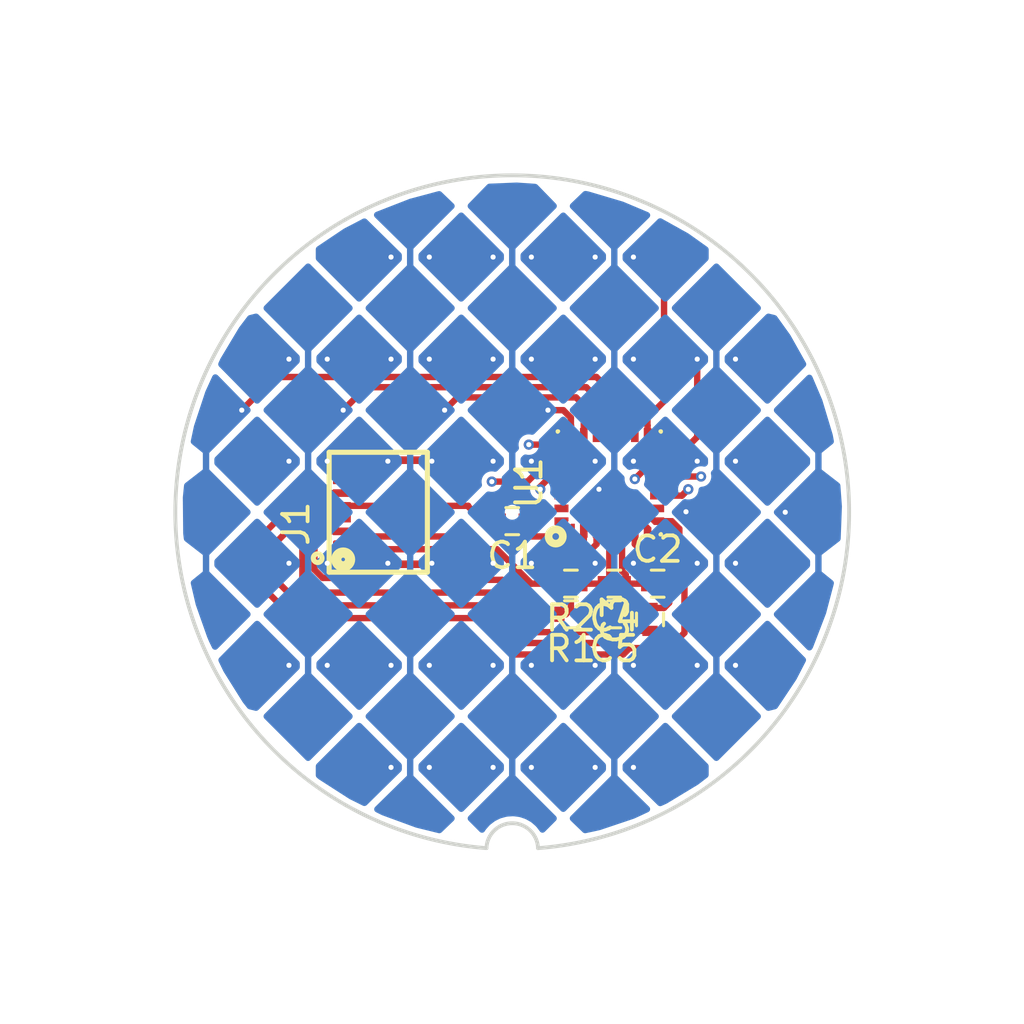
<source format=kicad_pcb>
(kicad_pcb (version 20171130) (host pcbnew "(5.1.6)-1")

  (general
    (thickness 1.6)
    (drawings 27)
    (tracks 290)
    (zones 0)
    (modules 9)
    (nets 30)
  )

  (page A4)
  (layers
    (0 F.Cu signal)
    (1 In1.Cu power)
    (2 In2.Cu signal)
    (31 B.Cu signal hide)
    (33 F.Adhes user hide)
    (35 F.Paste user hide)
    (37 F.SilkS user hide)
    (39 F.Mask user hide)
    (40 Dwgs.User user)
    (41 Cmts.User user hide)
    (42 Eco1.User user hide)
    (43 Eco2.User user hide)
    (44 Edge.Cuts user)
    (45 Margin user hide)
    (46 B.CrtYd user hide)
    (47 F.CrtYd user)
    (49 F.Fab user hide)
  )

  (setup
    (last_trace_width 0.25)
    (trace_clearance 0.1)
    (zone_clearance 0.2)
    (zone_45_only no)
    (trace_min 0.2)
    (via_size 0.4)
    (via_drill 0.2)
    (via_min_size 0.4)
    (via_min_drill 0.2)
    (uvia_size 0.3)
    (uvia_drill 0.1)
    (uvias_allowed no)
    (uvia_min_size 0.2)
    (uvia_min_drill 0.1)
    (edge_width 0.15)
    (segment_width 0.2)
    (pcb_text_width 0.3)
    (pcb_text_size 1.5 1.5)
    (mod_edge_width 0.15)
    (mod_text_size 1 1)
    (mod_text_width 0.15)
    (pad_size 1.524 1.524)
    (pad_drill 0.762)
    (pad_to_mask_clearance 0.2)
    (aux_axis_origin 0 0)
    (grid_origin 160 80)
    (visible_elements 7FFFFFFF)
    (pcbplotparams
      (layerselection 0x010fc_ffffffff)
      (usegerberextensions false)
      (usegerberattributes false)
      (usegerberadvancedattributes false)
      (creategerberjobfile false)
      (excludeedgelayer true)
      (linewidth 0.100000)
      (plotframeref false)
      (viasonmask false)
      (mode 1)
      (useauxorigin false)
      (hpglpennumber 1)
      (hpglpenspeed 20)
      (hpglpendiameter 15.000000)
      (psnegative false)
      (psa4output false)
      (plotreference true)
      (plotvalue true)
      (plotinvisibletext false)
      (padsonsilk false)
      (subtractmaskfromsilk false)
      (outputformat 1)
      (mirror false)
      (drillshape 1)
      (scaleselection 1)
      (outputdirectory ""))
  )

  (net 0 "")
  (net 1 YA05)
  (net 2 YA04)
  (net 3 YA03)
  (net 4 YA02)
  (net 5 YA01)
  (net 6 YA00)
  (net 7 XA00)
  (net 8 XA01)
  (net 9 XA02)
  (net 10 XA03)
  (net 11 XA04)
  (net 12 XA05)
  (net 13 XA06)
  (net 14 "Net-(C2-Pad2)")
  (net 15 "Net-(U1-Pad9)")
  (net 16 "Net-(C1-Pad1)")
  (net 17 /SW_IN)
  (net 18 /PGM)
  (net 19 GNDA)
  (net 20 +3.3VA)
  (net 21 /SCL_TP)
  (net 22 /SDA_TP)
  (net 23 /RDY_TP)
  (net 24 "Net-(U1-Pad16)")
  (net 25 "Net-(U1-Pad17)")
  (net 26 "Net-(U1-Pad25)")
  (net 27 "Net-(U1-Pad26)")
  (net 28 "Net-(J1-Pad6)")
  (net 29 "Net-(U1-Pad1)")

  (net_class Default "This is the default net class."
    (clearance 0.1)
    (trace_width 0.25)
    (via_dia 0.4)
    (via_drill 0.2)
    (uvia_dia 0.3)
    (uvia_drill 0.1)
    (add_net +3.3VA)
    (add_net /PGM)
    (add_net /RDY_TP)
    (add_net /SCL_TP)
    (add_net /SDA_TP)
    (add_net /SW_IN)
    (add_net GNDA)
    (add_net "Net-(C1-Pad1)")
    (add_net "Net-(C2-Pad2)")
    (add_net "Net-(J1-Pad6)")
    (add_net "Net-(U1-Pad1)")
    (add_net "Net-(U1-Pad16)")
    (add_net "Net-(U1-Pad17)")
    (add_net "Net-(U1-Pad25)")
    (add_net "Net-(U1-Pad26)")
    (add_net "Net-(U1-Pad9)")
    (add_net XA00)
    (add_net XA01)
    (add_net XA02)
    (add_net XA03)
    (add_net XA04)
    (add_net XA05)
    (add_net XA06)
    (add_net YA00)
    (add_net YA01)
    (add_net YA02)
    (add_net YA03)
    (add_net YA04)
    (add_net YA05)
  )

  (module Resistors_SMD:R_0402 (layer F.Cu) (tedit 5F2C58DB) (tstamp 5F2B230A)
    (at 104 102.8 180)
    (descr "Resistor SMD 0402, reflow soldering, Vishay (see dcrcw.pdf)")
    (tags "resistor 0402")
    (path /5EE26E30)
    (attr smd)
    (fp_text reference C4 (at 0 -1.35 180) (layer F.SilkS)
      (effects (font (size 1 1) (thickness 0.15)))
    )
    (fp_text value 100pF (at 0 1.45 180) (layer F.Fab)
      (effects (font (size 1 1) (thickness 0.15)))
    )
    (fp_line (start 0.8 0.45) (end -0.8 0.45) (layer F.CrtYd) (width 0.05))
    (fp_line (start 0.8 0.45) (end 0.8 -0.45) (layer F.CrtYd) (width 0.05))
    (fp_line (start -0.8 -0.45) (end -0.8 0.45) (layer F.CrtYd) (width 0.05))
    (fp_line (start -0.8 -0.45) (end 0.8 -0.45) (layer F.CrtYd) (width 0.05))
    (fp_line (start -0.25 0.53) (end 0.25 0.53) (layer F.SilkS) (width 0.12))
    (fp_line (start 0.25 -0.53) (end -0.25 -0.53) (layer F.SilkS) (width 0.12))
    (fp_line (start -0.5 -0.25) (end 0.5 -0.25) (layer F.Fab) (width 0.1))
    (fp_line (start 0.5 -0.25) (end 0.5 0.25) (layer F.Fab) (width 0.1))
    (fp_line (start 0.5 0.25) (end -0.5 0.25) (layer F.Fab) (width 0.1))
    (fp_line (start -0.5 0.25) (end -0.5 -0.25) (layer F.Fab) (width 0.1))
    (fp_text user %R (at 0 -1.35 180) (layer F.Fab)
      (effects (font (size 1 1) (thickness 0.15)))
    )
    (pad 1 smd rect (at -0.45 0 180) (size 0.4 0.6) (layers F.Cu F.Paste F.Mask)
      (net 19 GNDA))
    (pad 2 smd rect (at 0.45 0 180) (size 0.4 0.6) (layers F.Cu F.Paste F.Mask)
      (net 20 +3.3VA))
    (model ${KISYS3DMOD}/Resistor_SMD.3dshapes/R_0402_1005Metric.step
      (at (xyz 0 0 0))
      (scale (xyz 1 1 1))
      (rotate (xyz 0 0 0))
    )
  )

  (module Resistors_SMD:R_0402 (layer F.Cu) (tedit 5F2C5717) (tstamp 5F2B218A)
    (at 100 100.35 180)
    (descr "Resistor SMD 0402, reflow soldering, Vishay (see dcrcw.pdf)")
    (tags "resistor 0402")
    (path /5EE255D8)
    (attr smd)
    (fp_text reference C1 (at 0 -1.35) (layer F.SilkS)
      (effects (font (size 1 1) (thickness 0.15)))
    )
    (fp_text value C_Small (at 0 1.45) (layer F.Fab)
      (effects (font (size 1 1) (thickness 0.15)))
    )
    (fp_line (start -0.5 0.25) (end -0.5 -0.25) (layer F.Fab) (width 0.1))
    (fp_line (start 0.5 0.25) (end -0.5 0.25) (layer F.Fab) (width 0.1))
    (fp_line (start 0.5 -0.25) (end 0.5 0.25) (layer F.Fab) (width 0.1))
    (fp_line (start -0.5 -0.25) (end 0.5 -0.25) (layer F.Fab) (width 0.1))
    (fp_line (start 0.25 -0.53) (end -0.25 -0.53) (layer F.SilkS) (width 0.12))
    (fp_line (start -0.25 0.53) (end 0.25 0.53) (layer F.SilkS) (width 0.12))
    (fp_line (start -0.8 -0.45) (end 0.8 -0.45) (layer F.CrtYd) (width 0.05))
    (fp_line (start -0.8 -0.45) (end -0.8 0.45) (layer F.CrtYd) (width 0.05))
    (fp_line (start 0.8 0.45) (end 0.8 -0.45) (layer F.CrtYd) (width 0.05))
    (fp_line (start 0.8 0.45) (end -0.8 0.45) (layer F.CrtYd) (width 0.05))
    (fp_text user %R (at 0 -1.35) (layer F.Fab)
      (effects (font (size 1 1) (thickness 0.15)))
    )
    (pad 2 smd rect (at 0.45 0 180) (size 0.4 0.6) (layers F.Cu F.Paste F.Mask)
      (net 19 GNDA))
    (pad 1 smd rect (at -0.45 0 180) (size 0.4 0.6) (layers F.Cu F.Paste F.Mask)
      (net 16 "Net-(C1-Pad1)"))
    (model ${KISYS3DMOD}/Resistor_SMD.3dshapes/R_0402_1005Metric.step
      (at (xyz 0 0 0))
      (scale (xyz 1 1 1))
      (rotate (xyz 0 0 0))
    )
  )

  (module Resistors_SMD:R_0402 (layer F.Cu) (tedit 5F2C5704) (tstamp 5F2B21EA)
    (at 102.3 104 180)
    (descr "Resistor SMD 0402, reflow soldering, Vishay (see dcrcw.pdf)")
    (tags "resistor 0402")
    (path /5EE254CC)
    (attr smd)
    (fp_text reference R1 (at 0 -1.35) (layer F.SilkS)
      (effects (font (size 1 1) (thickness 0.15)))
    )
    (fp_text value 4.7k (at 0 1.45) (layer F.Fab)
      (effects (font (size 1 1) (thickness 0.15)))
    )
    (fp_line (start 0.8 0.45) (end -0.8 0.45) (layer F.CrtYd) (width 0.05))
    (fp_line (start 0.8 0.45) (end 0.8 -0.45) (layer F.CrtYd) (width 0.05))
    (fp_line (start -0.8 -0.45) (end -0.8 0.45) (layer F.CrtYd) (width 0.05))
    (fp_line (start -0.8 -0.45) (end 0.8 -0.45) (layer F.CrtYd) (width 0.05))
    (fp_line (start -0.25 0.53) (end 0.25 0.53) (layer F.SilkS) (width 0.12))
    (fp_line (start 0.25 -0.53) (end -0.25 -0.53) (layer F.SilkS) (width 0.12))
    (fp_line (start -0.5 -0.25) (end 0.5 -0.25) (layer F.Fab) (width 0.1))
    (fp_line (start 0.5 -0.25) (end 0.5 0.25) (layer F.Fab) (width 0.1))
    (fp_line (start 0.5 0.25) (end -0.5 0.25) (layer F.Fab) (width 0.1))
    (fp_line (start -0.5 0.25) (end -0.5 -0.25) (layer F.Fab) (width 0.1))
    (fp_text user %R (at 0 -1.35) (layer F.Fab)
      (effects (font (size 1 1) (thickness 0.15)))
    )
    (pad 1 smd rect (at -0.45 0 180) (size 0.4 0.6) (layers F.Cu F.Paste F.Mask)
      (net 20 +3.3VA))
    (pad 2 smd rect (at 0.45 0 180) (size 0.4 0.6) (layers F.Cu F.Paste F.Mask)
      (net 21 /SCL_TP))
    (model ${KISYS3DMOD}/Resistor_SMD.3dshapes/R_0402_1005Metric.step
      (at (xyz 0 0 0))
      (scale (xyz 1 1 1))
      (rotate (xyz 0 0 0))
    )
  )

  (module Resistors_SMD:R_0402 (layer F.Cu) (tedit 5F2C56EE) (tstamp 5F2B22AA)
    (at 102.3 102.8 180)
    (descr "Resistor SMD 0402, reflow soldering, Vishay (see dcrcw.pdf)")
    (tags "resistor 0402")
    (path /5EE2555E)
    (attr smd)
    (fp_text reference R2 (at 0 -1.35) (layer F.SilkS)
      (effects (font (size 1 1) (thickness 0.15)))
    )
    (fp_text value 4.7k (at 0 1.45) (layer F.Fab)
      (effects (font (size 1 1) (thickness 0.15)))
    )
    (fp_line (start -0.5 0.25) (end -0.5 -0.25) (layer F.Fab) (width 0.1))
    (fp_line (start 0.5 0.25) (end -0.5 0.25) (layer F.Fab) (width 0.1))
    (fp_line (start 0.5 -0.25) (end 0.5 0.25) (layer F.Fab) (width 0.1))
    (fp_line (start -0.5 -0.25) (end 0.5 -0.25) (layer F.Fab) (width 0.1))
    (fp_line (start 0.25 -0.53) (end -0.25 -0.53) (layer F.SilkS) (width 0.12))
    (fp_line (start -0.25 0.53) (end 0.25 0.53) (layer F.SilkS) (width 0.12))
    (fp_line (start -0.8 -0.45) (end 0.8 -0.45) (layer F.CrtYd) (width 0.05))
    (fp_line (start -0.8 -0.45) (end -0.8 0.45) (layer F.CrtYd) (width 0.05))
    (fp_line (start 0.8 0.45) (end 0.8 -0.45) (layer F.CrtYd) (width 0.05))
    (fp_line (start 0.8 0.45) (end -0.8 0.45) (layer F.CrtYd) (width 0.05))
    (fp_text user %R (at 0 -1.35) (layer F.Fab)
      (effects (font (size 1 1) (thickness 0.15)))
    )
    (pad 2 smd rect (at 0.45 0 180) (size 0.4 0.6) (layers F.Cu F.Paste F.Mask)
      (net 22 /SDA_TP))
    (pad 1 smd rect (at -0.45 0 180) (size 0.4 0.6) (layers F.Cu F.Paste F.Mask)
      (net 20 +3.3VA))
    (model ${KISYS3DMOD}/Resistor_SMD.3dshapes/R_0402_1005Metric.step
      (at (xyz 0 0 0))
      (scale (xyz 1 1 1))
      (rotate (xyz 0 0 0))
    )
  )

  (module Resistors_SMD:R_0402 (layer F.Cu) (tedit 5F2C56C7) (tstamp 5F2B21BA)
    (at 104 104 180)
    (descr "Resistor SMD 0402, reflow soldering, Vishay (see dcrcw.pdf)")
    (tags "resistor 0402")
    (path /5EE26EFF)
    (attr smd)
    (fp_text reference C5 (at 0 -1.35) (layer F.SilkS)
      (effects (font (size 1 1) (thickness 0.15)))
    )
    (fp_text value 1uF (at 0 1.45) (layer F.Fab)
      (effects (font (size 1 1) (thickness 0.15)))
    )
    (fp_line (start -0.5 0.25) (end -0.5 -0.25) (layer F.Fab) (width 0.1))
    (fp_line (start 0.5 0.25) (end -0.5 0.25) (layer F.Fab) (width 0.1))
    (fp_line (start 0.5 -0.25) (end 0.5 0.25) (layer F.Fab) (width 0.1))
    (fp_line (start -0.5 -0.25) (end 0.5 -0.25) (layer F.Fab) (width 0.1))
    (fp_line (start 0.25 -0.53) (end -0.25 -0.53) (layer F.SilkS) (width 0.12))
    (fp_line (start -0.25 0.53) (end 0.25 0.53) (layer F.SilkS) (width 0.12))
    (fp_line (start -0.8 -0.45) (end 0.8 -0.45) (layer F.CrtYd) (width 0.05))
    (fp_line (start -0.8 -0.45) (end -0.8 0.45) (layer F.CrtYd) (width 0.05))
    (fp_line (start 0.8 0.45) (end 0.8 -0.45) (layer F.CrtYd) (width 0.05))
    (fp_line (start 0.8 0.45) (end -0.8 0.45) (layer F.CrtYd) (width 0.05))
    (fp_text user %R (at 0 -1.35) (layer F.Fab)
      (effects (font (size 1 1) (thickness 0.15)))
    )
    (pad 2 smd rect (at 0.45 0 180) (size 0.4 0.6) (layers F.Cu F.Paste F.Mask)
      (net 20 +3.3VA))
    (pad 1 smd rect (at -0.45 0 180) (size 0.4 0.6) (layers F.Cu F.Paste F.Mask)
      (net 19 GNDA))
    (model ${KISYS3DMOD}/Resistor_SMD.3dshapes/R_0402_1005Metric.step
      (at (xyz 0 0 0))
      (scale (xyz 1 1 1))
      (rotate (xyz 0 0 0))
    )
  )

  (module Resistors_SMD:R_0402 (layer F.Cu) (tedit 5F2C56B6) (tstamp 5F2B237F)
    (at 105.4 104.2 90)
    (descr "Resistor SMD 0402, reflow soldering, Vishay (see dcrcw.pdf)")
    (tags "resistor 0402")
    (path /5EE279FD)
    (attr smd)
    (fp_text reference C3 (at 0 -1.35 90) (layer F.SilkS)
      (effects (font (size 1 1) (thickness 0.15)))
    )
    (fp_text value 1uF (at 0 1.45 90) (layer F.Fab)
      (effects (font (size 1 1) (thickness 0.15)))
    )
    (fp_line (start -0.5 0.25) (end -0.5 -0.25) (layer F.Fab) (width 0.1))
    (fp_line (start 0.5 0.25) (end -0.5 0.25) (layer F.Fab) (width 0.1))
    (fp_line (start 0.5 -0.25) (end 0.5 0.25) (layer F.Fab) (width 0.1))
    (fp_line (start -0.5 -0.25) (end 0.5 -0.25) (layer F.Fab) (width 0.1))
    (fp_line (start 0.25 -0.53) (end -0.25 -0.53) (layer F.SilkS) (width 0.12))
    (fp_line (start -0.25 0.53) (end 0.25 0.53) (layer F.SilkS) (width 0.12))
    (fp_line (start -0.8 -0.45) (end 0.8 -0.45) (layer F.CrtYd) (width 0.05))
    (fp_line (start -0.8 -0.45) (end -0.8 0.45) (layer F.CrtYd) (width 0.05))
    (fp_line (start 0.8 0.45) (end 0.8 -0.45) (layer F.CrtYd) (width 0.05))
    (fp_line (start 0.8 0.45) (end -0.8 0.45) (layer F.CrtYd) (width 0.05))
    (fp_text user %R (at 0 -1.35 90) (layer F.Fab)
      (effects (font (size 1 1) (thickness 0.15)))
    )
    (pad 2 smd rect (at 0.45 0 90) (size 0.4 0.6) (layers F.Cu F.Paste F.Mask)
      (net 14 "Net-(C2-Pad2)"))
    (pad 1 smd rect (at -0.45 0 90) (size 0.4 0.6) (layers F.Cu F.Paste F.Mask)
      (net 19 GNDA))
    (model ${KISYS3DMOD}/Resistor_SMD.3dshapes/R_0402_1005Metric.step
      (at (xyz 0 0 0))
      (scale (xyz 1 1 1))
      (rotate (xyz 0 0 0))
    )
  )

  (module Resistors_SMD:R_0402 (layer F.Cu) (tedit 5F2C5682) (tstamp 5F2B22DA)
    (at 105.7 102.8)
    (descr "Resistor SMD 0402, reflow soldering, Vishay (see dcrcw.pdf)")
    (tags "resistor 0402")
    (path /5EE279CF)
    (attr smd)
    (fp_text reference C2 (at 0 -1.35) (layer F.SilkS)
      (effects (font (size 1 1) (thickness 0.15)))
    )
    (fp_text value 100pF (at 0 1.45) (layer F.Fab)
      (effects (font (size 1 1) (thickness 0.15)))
    )
    (fp_line (start 0.8 0.45) (end -0.8 0.45) (layer F.CrtYd) (width 0.05))
    (fp_line (start 0.8 0.45) (end 0.8 -0.45) (layer F.CrtYd) (width 0.05))
    (fp_line (start -0.8 -0.45) (end -0.8 0.45) (layer F.CrtYd) (width 0.05))
    (fp_line (start -0.8 -0.45) (end 0.8 -0.45) (layer F.CrtYd) (width 0.05))
    (fp_line (start -0.25 0.53) (end 0.25 0.53) (layer F.SilkS) (width 0.12))
    (fp_line (start 0.25 -0.53) (end -0.25 -0.53) (layer F.SilkS) (width 0.12))
    (fp_line (start -0.5 -0.25) (end 0.5 -0.25) (layer F.Fab) (width 0.1))
    (fp_line (start 0.5 -0.25) (end 0.5 0.25) (layer F.Fab) (width 0.1))
    (fp_line (start 0.5 0.25) (end -0.5 0.25) (layer F.Fab) (width 0.1))
    (fp_line (start -0.5 0.25) (end -0.5 -0.25) (layer F.Fab) (width 0.1))
    (fp_text user %R (at 0 -1.35) (layer F.Fab)
      (effects (font (size 1 1) (thickness 0.15)))
    )
    (pad 1 smd rect (at -0.45 0) (size 0.4 0.6) (layers F.Cu F.Paste F.Mask)
      (net 19 GNDA))
    (pad 2 smd rect (at 0.45 0) (size 0.4 0.6) (layers F.Cu F.Paste F.Mask)
      (net 14 "Net-(C2-Pad2)"))
    (model ${KISYS3DMOD}/Resistor_SMD.3dshapes/R_0402_1005Metric.step
      (at (xyz 0 0 0))
      (scale (xyz 1 1 1))
      (rotate (xyz 0 0 0))
    )
  )

  (module IQS572_Library:IQS572 (layer F.Cu) (tedit 5F2C50C9) (tstamp 5F2B223A)
    (at 103.804345 98.850603 90)
    (path /5EE2238A)
    (attr smd)
    (fp_text reference U1 (at 0 -3.15 90) (layer F.SilkS)
      (effects (font (size 1 1) (thickness 0.15)))
    )
    (fp_text value IQS572 (at 0 3.15 90) (layer F.Fab)
      (effects (font (size 1 1) (thickness 0.15)))
    )
    (fp_line (start -0.875 -1.875) (end -1.875 -0.875) (layer F.Fab) (width 0.15))
    (fp_line (start -1.875 -0.875) (end -1.875 1.875) (layer F.Fab) (width 0.15))
    (fp_line (start -1.875 1.875) (end 1.875 1.875) (layer F.Fab) (width 0.15))
    (fp_line (start 1.875 1.875) (end 1.875 -1.875) (layer F.Fab) (width 0.15))
    (fp_line (start 1.875 -1.875) (end -0.875 -1.875) (layer F.Fab) (width 0.15))
    (fp_line (start 2 -2.025) (end 2.025 -2.025) (layer F.SilkS) (width 0.15))
    (fp_line (start 2.025 -2.025) (end 2.025 -2) (layer F.SilkS) (width 0.15))
    (fp_line (start 2 2.025) (end 2.025 2.025) (layer F.SilkS) (width 0.15))
    (fp_line (start 2.025 2.025) (end 2.025 2) (layer F.SilkS) (width 0.15))
    (fp_line (start -2 2.025) (end -2.025 2.025) (layer F.SilkS) (width 0.15))
    (fp_line (start -2.025 2.025) (end -2.025 2) (layer F.SilkS) (width 0.15))
    (fp_line (start -2.3 -2.3) (end 2.3 -2.3) (layer F.CrtYd) (width 0.05))
    (fp_line (start 2.3 -2.3) (end 2.3 2.3) (layer F.CrtYd) (width 0.05))
    (fp_line (start 2.3 2.3) (end -2.3 2.3) (layer F.CrtYd) (width 0.05))
    (fp_line (start -2.3 2.3) (end -2.3 -2.3) (layer F.CrtYd) (width 0.05))
    (fp_circle (center -2.1 -2.1) (end -1.969616 -2.1) (layer F.SilkS) (width 0.3))
    (fp_circle (center -1.93 -1.93) (end -1.803509 -1.93) (layer F.CrtYd) (width 0.25))
    (pad 28 smd custom (at -1.5 -1.875 90) (size 0.1 0.1) (layers F.Cu F.Paste F.Mask)
      (net 17 /SW_IN) (zone_connect 0)
      (options (clearance outline) (anchor rect))
      (primitives
        (gr_poly (pts
           (xy 0.15 -0.275) (xy -0.15 -0.275) (xy -0.15 0.125) (xy 0 0.275) (xy 0.15 0.275)
) (width 0))
      ))
    (pad 27 smd rect (at -1 -1.875 90) (size 0.3 0.55) (layers F.Cu F.Paste F.Mask)
      (net 18 /PGM))
    (pad 26 smd rect (at -0.5 -1.875 90) (size 0.3 0.55) (layers F.Cu F.Paste F.Mask)
      (net 27 "Net-(U1-Pad26)"))
    (pad 25 smd rect (at 0 -1.875 90) (size 0.3 0.55) (layers F.Cu F.Paste F.Mask)
      (net 26 "Net-(U1-Pad25)"))
    (pad 24 smd rect (at 0.5 -1.875 90) (size 0.3 0.55) (layers F.Cu F.Paste F.Mask)
      (net 13 XA06))
    (pad 23 smd rect (at 1 -1.875 90) (size 0.3 0.55) (layers F.Cu F.Paste F.Mask)
      (net 12 XA05))
    (pad 22 smd custom (at 1.5 -1.875 90) (size 0.1 0.1) (layers F.Cu F.Paste F.Mask)
      (net 11 XA04) (zone_connect 0)
      (options (clearance outline) (anchor rect))
      (primitives
        (gr_poly (pts
           (xy -0.15 -0.275) (xy -0.15 0.275) (xy 0 0.275) (xy 0.15 0.125) (xy 0.15 -0.275)
) (width 0))
      ))
    (pad 21 smd custom (at 1.875 -1.5 180) (size 0.1 0.1) (layers F.Cu F.Paste F.Mask)
      (net 10 XA03) (zone_connect 0)
      (options (clearance outline) (anchor rect))
      (primitives
        (gr_poly (pts
           (xy -0.15 0.275) (xy 0.15 0.275) (xy 0.15 -0.125) (xy 0 -0.275) (xy -0.15 -0.275)
) (width 0))
      ))
    (pad 20 smd rect (at 1.875 -1 180) (size 0.3 0.55) (layers F.Cu F.Paste F.Mask)
      (net 9 XA02))
    (pad 19 smd rect (at 1.875 -0.5 180) (size 0.3 0.55) (layers F.Cu F.Paste F.Mask)
      (net 8 XA01))
    (pad 18 smd rect (at 1.875 0 180) (size 0.3 0.55) (layers F.Cu F.Paste F.Mask)
      (net 7 XA00))
    (pad 17 smd rect (at 1.875 0.5 180) (size 0.3 0.55) (layers F.Cu F.Paste F.Mask)
      (net 25 "Net-(U1-Pad17)"))
    (pad 16 smd rect (at 1.875 1 180) (size 0.3 0.55) (layers F.Cu F.Paste F.Mask)
      (net 24 "Net-(U1-Pad16)"))
    (pad 15 smd custom (at 1.875 1.5 180) (size 0.1 0.1) (layers F.Cu F.Paste F.Mask)
      (net 1 YA05) (zone_connect 0)
      (options (clearance outline) (anchor rect))
      (primitives
        (gr_poly (pts
           (xy 0.15 0.275) (xy 0.15 -0.275) (xy 0 -0.275) (xy -0.15 -0.125) (xy -0.15 0.275)
) (width 0))
      ))
    (pad 14 smd custom (at 1.5 1.875 90) (size 0.1 0.1) (layers F.Cu F.Paste F.Mask)
      (net 2 YA04) (zone_connect 0)
      (options (clearance outline) (anchor rect))
      (primitives
        (gr_poly (pts
           (xy -0.15 0.275) (xy 0.15 0.275) (xy 0.15 -0.125) (xy 0 -0.275) (xy -0.15 -0.275)
) (width 0))
      ))
    (pad 13 smd rect (at 1 1.875 90) (size 0.3 0.55) (layers F.Cu F.Paste F.Mask)
      (net 3 YA03))
    (pad 12 smd rect (at 0.5 1.875 90) (size 0.3 0.55) (layers F.Cu F.Paste F.Mask)
      (net 4 YA02))
    (pad 11 smd rect (at 0 1.875 90) (size 0.3 0.55) (layers F.Cu F.Paste F.Mask)
      (net 5 YA01))
    (pad 10 smd rect (at -0.5 1.875 90) (size 0.3 0.55) (layers F.Cu F.Paste F.Mask)
      (net 6 YA00))
    (pad 9 smd rect (at -1 1.875 90) (size 0.3 0.55) (layers F.Cu F.Paste F.Mask)
      (net 15 "Net-(U1-Pad9)"))
    (pad 8 smd custom (at -1.5 1.875 90) (size 0.1 0.1) (layers F.Cu F.Paste F.Mask)
      (net 23 /RDY_TP) (zone_connect 0)
      (options (clearance outline) (anchor rect))
      (primitives
        (gr_poly (pts
           (xy 0.15 0.275) (xy 0.15 -0.275) (xy 0 -0.275) (xy -0.15 -0.125) (xy -0.15 0.275)
) (width 0))
      ))
    (pad 7 smd custom (at -1.875 1.5 180) (size 0.1 0.1) (layers F.Cu F.Paste F.Mask)
      (zone_connect 0)
      (options (clearance outline) (anchor rect))
      (primitives
        (gr_poly (pts
           (xy 0.15 -0.275) (xy -0.15 -0.275) (xy -0.15 0.125) (xy 0 0.275) (xy 0.15 0.275)
) (width 0))
      ))
    (pad 6 smd rect (at -1.875 1 180) (size 0.3 0.55) (layers F.Cu F.Paste F.Mask)
      (net 14 "Net-(C2-Pad2)"))
    (pad 5 smd rect (at -1.875 0.5 180) (size 0.3 0.55) (layers F.Cu F.Paste F.Mask)
      (net 19 GNDA))
    (pad 4 smd rect (at -1.875 0 180) (size 0.3 0.55) (layers F.Cu F.Paste F.Mask)
      (net 20 +3.3VA))
    (pad 3 smd rect (at -1.875 -0.5 180) (size 0.3 0.55) (layers F.Cu F.Paste F.Mask)
      (net 21 /SCL_TP))
    (pad 2 smd rect (at -1.875 -1 180) (size 0.3 0.55) (layers F.Cu F.Paste F.Mask)
      (net 22 /SDA_TP))
    (pad 1 smd custom (at -1.875 -1.5 180) (size 0.1 0.1) (layers F.Cu F.Paste F.Mask)
      (net 29 "Net-(U1-Pad1)") (zone_connect 0)
      (options (clearance outline) (anchor rect))
      (primitives
        (gr_poly (pts
           (xy -0.15 -0.275) (xy -0.15 0.275) (xy 0 0.275) (xy 0.15 0.125) (xy 0.15 -0.275)
) (width 0))
      ))
    (model C:/Users/Tom/Documents/KiKadProjects/Freude/Hardware/.pretty/IQS572.step
      (offset (xyz -2 -2 0))
      (scale (xyz 1 1 1))
      (rotate (xyz 0 0 0))
    )
  )

  (module .pretty:503480-0600 (layer F.Cu) (tedit 5F2C506D) (tstamp 5F3C2C34)
    (at 93.325 100 90)
    (path /5F1F693D)
    (fp_text reference J1 (at -0.45 -1.8 270) (layer F.SilkS)
      (effects (font (size 1 1) (thickness 0.15)))
    )
    (fp_text value Conn_01x06_Female (at -0.5 -0.5 270) (layer F.Fab)
      (effects (font (size 1 1) (thickness 0.15)))
    )
    (fp_line (start -0.5 2.175) (end 0.5 2.175) (layer F.CrtYd) (width 0.2))
    (fp_line (start 0 1.675) (end 0 2.675) (layer F.CrtYd) (width 0.2))
    (fp_line (start -2.3 -0.45) (end -2.3 3.25) (layer F.CrtYd) (width 0.2))
    (fp_line (start 2.3 -0.45) (end -2.3 -0.45) (layer F.CrtYd) (width 0.2))
    (fp_line (start 2.3 3.25) (end 2.3 -0.45) (layer F.CrtYd) (width 0.2))
    (fp_line (start -2.3 3.25) (end 2.3 3.25) (layer F.CrtYd) (width 0.2))
    (fp_circle (center -1.85 0.05) (end -1.779289 0.05) (layer F.SilkS) (width 0.4))
    (fp_circle (center -1.8 -0.95) (end -1.75 -0.9) (layer F.SilkS) (width 0.2))
    (fp_line (start 2.35 3.35) (end 2.35 -0.5) (layer F.SilkS) (width 0.2))
    (fp_line (start -2.35 -0.5) (end 2.35 -0.5) (layer F.SilkS) (width 0.2))
    (fp_line (start -2.35 3.35) (end -2.35 -0.5) (layer F.SilkS) (width 0.2))
    (fp_line (start -2.35 3.35) (end 2.35 3.35) (layer F.SilkS) (width 0.2))
    (pad 1 smd roundrect (at -1.25 0 90) (size 0.3 0.7) (layers F.Cu F.Paste F.Mask) (roundrect_rratio 0.25)
      (net 22 /SDA_TP))
    (pad 2 smd rect (at -0.75 0 90) (size 0.3 0.7) (layers F.Cu F.Paste F.Mask)
      (net 21 /SCL_TP))
    (pad 3 smd rect (at -0.25 0 90) (size 0.3 0.7) (layers F.Cu F.Paste F.Mask)
      (net 20 +3.3VA))
    (pad 4 smd rect (at 0.25 0 90) (size 0.3 0.7) (layers F.Cu F.Paste F.Mask)
      (net 19 GNDA))
    (pad 0 smd rect (at -2.04 2.65 90) (size 0.3 1) (layers F.Cu F.Paste F.Mask))
    (pad 0 smd rect (at 2.04 2.65 90) (size 0.3 1) (layers F.Cu F.Paste F.Mask))
    (pad 5 smd rect (at 0.75 0 90) (size 0.3 0.7) (layers F.Cu F.Paste F.Mask)
      (net 23 /RDY_TP))
    (pad 6 smd rect (at 1.25 0 90) (size 0.3 0.7) (layers F.Cu F.Paste F.Mask)
      (net 28 "Net-(J1-Pad6)"))
    (model C:/Users/Tom/Documents/KiKadProjects/Freude/Hardware/.pretty/5034800600.stp
      (offset (xyz 0 -3.25 0))
      (scale (xyz 1 1 1))
      (rotate (xyz 90 180 180))
    )
  )

  (gr_line (start 92 80) (end 92 120) (layer Dwgs.User) (width 0.15))
  (gr_arc (start 100 113.2) (end 98.989616 113.165005) (angle 176.0331207) (layer Edge.Cuts) (width 0.15))
  (gr_arc (start 100 100) (end 101.010384 113.165013) (angle -351.2225692) (layer Edge.Cuts) (width 0.15))
  (gr_circle (center 100 100) (end 108 100) (layer Dwgs.User) (width 0.15))
  (gr_circle (center 100 100) (end 113 100) (layer Dwgs.User) (width 0.15))
  (gr_line (start 80 100) (end 120 100) (layer Dwgs.User) (width 0.15))
  (gr_line (start 100 80) (end 100 120) (layer Dwgs.User) (width 0.15) (tstamp 5F2B23D6))
  (gr_line (start 110 100) (end 120 100) (layer Dwgs.User) (width 0.15))
  (gr_line (start 90 100) (end 80 100) (layer Dwgs.User) (width 0.15))
  (gr_line (start 100 90) (end 100 80) (layer Dwgs.User) (width 0.15) (tstamp 5F2B23C4))
  (gr_line (start 90 100) (end 110 100) (layer Dwgs.User) (width 0.15) (tstamp 5F2B23DC))
  (gr_line (start 100 110) (end 100 90) (layer Dwgs.User) (width 0.15) (tstamp 5F2B23DF))
  (gr_circle (center 100 100) (end 113 100) (layer Dwgs.User) (width 0.2) (tstamp 5F2B23C7))
  (gr_circle (center 100 100) (end 113 100) (layer Dwgs.User) (width 0.2) (tstamp 5F2B23D3))
  (gr_circle (center 100 100) (end 113 100) (layer Dwgs.User) (width 0.2) (tstamp 5F2B23D0))
  (gr_circle (center 100 100) (end 113 100) (layer Dwgs.User) (width 0.2) (tstamp 5F2B23CD))
  (gr_circle (center 100 100) (end 113 100) (layer Dwgs.User) (width 0.2) (tstamp 5F2B23CA))
  (gr_line (start 100 87) (end 100 113) (layer Dwgs.User) (width 0.2) (tstamp 5F2B23C1))
  (gr_circle (center 100 100) (end 108 100) (layer Dwgs.User) (width 0.2) (tstamp 5F2B1F6B))
  (gr_line (start 100 85) (end 100 115) (layer Dwgs.User) (width 0.2) (tstamp 5F2B1F62))
  (gr_circle (center 100 100) (end 113 100) (layer Dwgs.User) (width 0.2) (tstamp 5F2B1F74))
  (gr_line (start 87 100) (end 113 100) (layer Dwgs.User) (width 0.2) (tstamp 5F2B1F5F))
  (gr_line (start 87 100) (end 113 100) (layer Dwgs.User) (width 0.2) (tstamp 5F2B1F71))
  (gr_line (start 87 100) (end 113 100) (layer Dwgs.User) (width 0.2) (tstamp 5F2B1F6E))
  (gr_line (start 87 100) (end 113 100) (layer Dwgs.User) (width 0.2) (tstamp 5F2B1F68))
  (gr_line (start 87 100) (end 113 100) (layer Dwgs.User) (width 0.2) (tstamp 5F2B1F65))
  (dimension 0.3 (width 0.3) (layer B.SilkS)
    (gr_text "0.300 mm" (at 133.55 88.6) (layer B.SilkS)
      (effects (font (size 1.5 1.5) (thickness 0.3)))
    )
    (feature1 (pts (xy 133.7 86.5) (xy 133.7 87.086421)))
    (feature2 (pts (xy 133.4 86.5) (xy 133.4 87.086421)))
    (crossbar (pts (xy 133.4 86.5) (xy 133.7 86.5)))
    (arrow1a (pts (xy 133.7 86.5) (xy 132.573496 87.086421)))
    (arrow1b (pts (xy 133.7 86.5) (xy 132.573496 85.913579)))
    (arrow2a (pts (xy 133.4 86.5) (xy 134.526504 87.086421)))
    (arrow2b (pts (xy 133.4 86.5) (xy 134.526504 85.913579)))
  )

  (via (at 95.25 90) (size 0.4) (drill 0.2) (layers F.Cu B.Cu) (net 1))
  (via (at 96.75 90) (size 0.4) (drill 0.2) (layers F.Cu B.Cu) (net 1))
  (via (at 99.25 90) (size 0.4) (drill 0.2) (layers F.Cu B.Cu) (net 1))
  (via (at 100.75 90) (size 0.4) (drill 0.2) (layers F.Cu B.Cu) (net 1))
  (via (at 103.25 90) (size 0.4) (drill 0.2) (layers F.Cu B.Cu) (net 1))
  (via (at 104.75 90) (size 0.4) (drill 0.2) (layers F.Cu B.Cu) (net 1))
  (segment (start 99.25 90) (end 100.75 90) (width 0.25) (layer In1.Cu) (net 1) (tstamp 5F2B2157))
  (segment (start 103.25 90) (end 104.75 90) (width 0.25) (layer In1.Cu) (net 1) (tstamp 5F2B215D))
  (segment (start 95.25 90) (end 96.75 90) (width 0.25) (layer In1.Cu) (net 1) (tstamp 5F2B214B))
  (segment (start 105.304345 96.600603) (end 105.304345 96.975603) (width 0.25) (layer F.Cu) (net 1) (tstamp 5F2B2148))
  (segment (start 105.55 90) (end 105.95 90.4) (width 0.25) (layer F.Cu) (net 1) (tstamp 5F2B2142))
  (segment (start 104.75 90) (end 105.55 90) (width 0.25) (layer F.Cu) (net 1) (tstamp 5F2B2172))
  (segment (start 105.95 95.65) (end 105.3 96.3) (width 0.25) (layer F.Cu) (net 1) (tstamp 5F2B2154))
  (segment (start 105.3 96.3) (end 105.3 96.596258) (width 0.25) (layer F.Cu) (net 1) (tstamp 5F2B2151))
  (segment (start 105.95 90.4) (end 105.95 95.65) (width 0.25) (layer F.Cu) (net 1) (tstamp 5F2B2145))
  (segment (start 105.3 96.596258) (end 105.304345 96.600603) (width 0.25) (layer F.Cu) (net 1) (tstamp 5F2B214E))
  (via (at 108.75 94) (size 0.4) (drill 0.2) (layers F.Cu B.Cu) (net 2))
  (via (at 107.25 94) (size 0.4) (drill 0.2) (layers F.Cu B.Cu) (net 2))
  (via (at 104.75 94) (size 0.4) (drill 0.2) (layers F.Cu B.Cu) (net 2))
  (via (at 103.25 94) (size 0.4) (drill 0.2) (layers F.Cu B.Cu) (net 2))
  (via (at 100.75 94) (size 0.4) (drill 0.2) (layers F.Cu B.Cu) (net 2))
  (via (at 99.25 94) (size 0.4) (drill 0.2) (layers F.Cu B.Cu) (net 2))
  (via (at 96.75 94) (size 0.4) (drill 0.2) (layers F.Cu B.Cu) (net 2))
  (via (at 95.25 94) (size 0.4) (drill 0.2) (layers F.Cu B.Cu) (net 2))
  (via (at 92.75 94) (size 0.4) (drill 0.2) (layers F.Cu B.Cu) (net 2))
  (via (at 91.25 94) (size 0.4) (drill 0.2) (layers F.Cu B.Cu) (net 2))
  (segment (start 91.25 94) (end 92.75 94) (width 0.25) (layer In1.Cu) (net 2) (tstamp 5F2B213C))
  (segment (start 95.25 94) (end 96.75 94) (width 0.25) (layer In1.Cu) (net 2) (tstamp 5F2B2139))
  (segment (start 99.25 94) (end 100.75 94) (width 0.25) (layer In1.Cu) (net 2) (tstamp 5F2B2178))
  (segment (start 103.25 94) (end 104.75 94) (width 0.25) (layer In1.Cu) (net 2) (tstamp 5F2B2166))
  (segment (start 107.25 94) (end 108.75 94) (width 0.25) (layer In1.Cu) (net 2) (tstamp 5F2B216F))
  (segment (start 107.25 97.05) (end 107.25 94) (width 0.25) (layer F.Cu) (net 2) (tstamp 5F2B2175))
  (segment (start 106.95 97.35) (end 107.25 97.05) (width 0.25) (layer F.Cu) (net 2) (tstamp 5F2B216C))
  (segment (start 106.054948 97.35) (end 106.95 97.35) (width 0.25) (layer F.Cu) (net 2) (tstamp 5F2B2169))
  (segment (start 105.679345 97.350603) (end 106.054345 97.350603) (width 0.25) (layer F.Cu) (net 2) (tstamp 5F2B215A))
  (segment (start 106.054345 97.350603) (end 106.054948 97.35) (width 0.25) (layer F.Cu) (net 2) (tstamp 5F2B2163))
  (via (at 91.25 98) (size 0.4) (drill 0.2) (layers F.Cu B.Cu) (net 3))
  (via (at 92.75 98) (size 0.4) (drill 0.2) (layers F.Cu B.Cu) (net 3))
  (via (at 95.125 98) (size 0.4) (drill 0.2) (layers F.Cu B.Cu) (net 3))
  (via (at 96.85 98) (size 0.4) (drill 0.2) (layers F.Cu B.Cu) (net 3))
  (via (at 99.25 98) (size 0.4) (drill 0.2) (layers F.Cu B.Cu) (net 3))
  (via (at 100.75 98) (size 0.4) (drill 0.2) (layers F.Cu B.Cu) (net 3))
  (via (at 103.25 98) (size 0.4) (drill 0.2) (layers F.Cu B.Cu) (net 3))
  (via (at 104.75 98) (size 0.4) (drill 0.2) (layers F.Cu B.Cu) (net 3))
  (via (at 107.25 98) (size 0.4) (drill 0.2) (layers F.Cu B.Cu) (net 3))
  (via (at 108.75 98) (size 0.4) (drill 0.2) (layers F.Cu B.Cu) (net 3))
  (segment (start 91.25 98) (end 92.75 98) (width 0.25) (layer In1.Cu) (net 3) (tstamp 5F2B2160))
  (segment (start 95.25 98) (end 96.75 98) (width 0.25) (layer In1.Cu) (net 3) (tstamp 5F2B2109))
  (segment (start 99.25 98) (end 100.75 98) (width 0.25) (layer In1.Cu) (net 3) (tstamp 5F2B2106))
  (segment (start 103.25 98) (end 104.75 98) (width 0.25) (layer In1.Cu) (net 3) (tstamp 5F2B2136))
  (segment (start 107.25 98) (end 108.75 98) (width 0.25) (layer In1.Cu) (net 3) (tstamp 5F2B2133))
  (segment (start 104.804345 98.054345) (end 104.75 98) (width 0.25) (layer F.Cu) (net 3) (tstamp 5F2B20F7))
  (segment (start 107.100603 97.850603) (end 107.25 98) (width 0.25) (layer F.Cu) (net 3) (tstamp 5F2B212D))
  (segment (start 105.679345 97.850603) (end 107.100603 97.850603) (width 0.25) (layer F.Cu) (net 3) (tstamp 5F2B2124))
  (via (at 108.75 102) (size 0.4) (drill 0.2) (layers F.Cu B.Cu) (net 4))
  (via (at 107.25 102) (size 0.4) (drill 0.2) (layers F.Cu B.Cu) (net 4))
  (via (at 104.75 102) (size 0.4) (drill 0.2) (layers F.Cu B.Cu) (net 4))
  (via (at 103.25 102) (size 0.4) (drill 0.2) (layers F.Cu B.Cu) (net 4))
  (via (at 100.75 102) (size 0.4) (drill 0.2) (layers F.Cu B.Cu) (net 4))
  (via (at 99.25 102) (size 0.4) (drill 0.2) (layers F.Cu B.Cu) (net 4))
  (via (at 96.85 102) (size 0.4) (drill 0.2) (layers F.Cu B.Cu) (net 4))
  (via (at 95.125 102) (size 0.4) (drill 0.2) (layers F.Cu B.Cu) (net 4))
  (via (at 92.75 102) (size 0.4) (drill 0.2) (layers F.Cu B.Cu) (net 4))
  (via (at 91.25 102) (size 0.4) (drill 0.2) (layers F.Cu B.Cu) (net 4))
  (segment (start 108.75 102) (end 107.25 102) (width 0.25) (layer In1.Cu) (net 4) (tstamp 5F2B2103))
  (segment (start 104.75 102) (end 103.25 102) (width 0.25) (layer In1.Cu) (net 4) (tstamp 5F2B212A))
  (segment (start 100.75 102) (end 99.25 102) (width 0.25) (layer In1.Cu) (net 4) (tstamp 5F2B210C))
  (segment (start 92.75 102) (end 91.25 102) (width 0.25) (layer In1.Cu) (net 4) (tstamp 5F2B20DF))
  (segment (start 105.154345 98.350603) (end 104.804948 98.7) (width 0.25) (layer F.Cu) (net 4) (tstamp 5F2B2100))
  (segment (start 105.679345 98.350603) (end 105.154345 98.350603) (width 0.25) (layer F.Cu) (net 4) (tstamp 5F2B20F1))
  (segment (start 104.804948 98.7) (end 104.804948 98.7) (width 0.25) (layer F.Cu) (net 4) (tstamp 5F2B20FD))
  (via (at 104.804948 98.7) (size 0.4) (drill 0.2) (layers F.Cu B.Cu) (net 4) (tstamp 5F2B23E2))
  (segment (start 104.804948 101.945052) (end 104.75 102) (width 0.25) (layer In1.Cu) (net 4) (tstamp 5F2B211E))
  (segment (start 104.804948 98.7) (end 104.804948 101.945052) (width 0.25) (layer In1.Cu) (net 4) (tstamp 5F2B20EE))
  (segment (start 96.75 102) (end 95.125 102) (width 0.25) (layer In1.Cu) (net 4))
  (via (at 91.25 106) (size 0.4) (drill 0.2) (layers F.Cu B.Cu) (net 5))
  (via (at 92.75 106) (size 0.4) (drill 0.2) (layers F.Cu B.Cu) (net 5))
  (via (at 95.25 106) (size 0.4) (drill 0.2) (layers F.Cu B.Cu) (net 5))
  (via (at 96.75 106) (size 0.4) (drill 0.2) (layers F.Cu B.Cu) (net 5))
  (via (at 99.25 106) (size 0.4) (drill 0.2) (layers F.Cu B.Cu) (net 5))
  (via (at 100.75 106) (size 0.4) (drill 0.2) (layers F.Cu B.Cu) (net 5))
  (via (at 103.25 106) (size 0.4) (drill 0.2) (layers F.Cu B.Cu) (net 5))
  (via (at 104.75 106) (size 0.4) (drill 0.2) (layers F.Cu B.Cu) (net 5))
  (via (at 107.25 106) (size 0.4) (drill 0.2) (layers F.Cu B.Cu) (net 5))
  (via (at 108.75 106) (size 0.4) (drill 0.2) (layers F.Cu B.Cu) (net 5))
  (via (at 107.4 98.6) (size 0.4) (drill 0.2) (layers F.Cu B.Cu) (net 5) (tstamp 5F2B23E5))
  (segment (start 91.25 106) (end 92.75 106) (width 0.25) (layer In1.Cu) (net 5) (tstamp 5F2B20D9))
  (segment (start 95.25 106) (end 96.75 106) (width 0.25) (layer In1.Cu) (net 5) (tstamp 5F2B2121))
  (segment (start 99.25 106) (end 100.75 106) (width 0.25) (layer In1.Cu) (net 5) (tstamp 5F2B20EB))
  (segment (start 103.25 106) (end 104.75 106) (width 0.25) (layer In1.Cu) (net 5) (tstamp 5F2B20E8))
  (segment (start 107.25 106) (end 108.75 106) (width 0.25) (layer In1.Cu) (net 5) (tstamp 5F2B211B))
  (segment (start 105.679345 98.850603) (end 106.349397 98.850603) (width 0.25) (layer F.Cu) (net 5) (tstamp 5F2B20D6))
  (segment (start 106.349397 98.850603) (end 106.6 98.6) (width 0.25) (layer F.Cu) (net 5) (tstamp 5F2B2130))
  (segment (start 106.6 98.6) (end 107.4 98.6) (width 0.25) (layer F.Cu) (net 5) (tstamp 5F2B20E5))
  (segment (start 109.15 105.6) (end 108.75 106) (width 0.25) (layer In1.Cu) (net 5) (tstamp 5F2B20E2))
  (segment (start 109.15 103.35) (end 109.15 105.6) (width 0.25) (layer In1.Cu) (net 5) (tstamp 5F2B2118))
  (segment (start 109.6 102.9) (end 109.15 103.35) (width 0.25) (layer In1.Cu) (net 5) (tstamp 5F2B20FA))
  (segment (start 109.6 98.9) (end 109.6 102.9) (width 0.25) (layer In1.Cu) (net 5) (tstamp 5F2B20DC))
  (segment (start 107.4 98.6) (end 109.3 98.6) (width 0.25) (layer In1.Cu) (net 5) (tstamp 5F2B20D3))
  (segment (start 109.3 98.6) (end 109.6 98.9) (width 0.25) (layer In1.Cu) (net 5) (tstamp 5F2B2127))
  (via (at 104.75 110) (size 0.4) (drill 0.2) (layers F.Cu B.Cu) (net 6))
  (via (at 103.25 110) (size 0.4) (drill 0.2) (layers F.Cu B.Cu) (net 6))
  (via (at 100.75 110) (size 0.4) (drill 0.2) (layers F.Cu B.Cu) (net 6))
  (via (at 99.25 110) (size 0.4) (drill 0.2) (layers F.Cu B.Cu) (net 6))
  (via (at 96.75 110) (size 0.4) (drill 0.2) (layers F.Cu B.Cu) (net 6))
  (via (at 95.25 110) (size 0.4) (drill 0.2) (layers F.Cu B.Cu) (net 6))
  (segment (start 104.75 110) (end 103.25 110) (width 0.25) (layer In1.Cu) (net 6) (tstamp 5F2B2115))
  (segment (start 99.25 110) (end 100.75 110) (width 0.25) (layer In1.Cu) (net 6) (tstamp 5F2B2112))
  (segment (start 95.25 110) (end 96.75 110) (width 0.25) (layer In1.Cu) (net 6) (tstamp 5F2B210F))
  (segment (start 106.649397 99.350603) (end 106.9 99.1) (width 0.25) (layer F.Cu) (net 6) (tstamp 5F2B208B))
  (segment (start 106.9 99.1) (end 106.649397 99.350603) (width 0.25) (layer F.Cu) (net 6) (tstamp 5F2B2085))
  (via (at 106.9 99.1) (size 0.4) (drill 0.2) (layers F.Cu B.Cu) (net 6) (tstamp 5F2B23AF))
  (segment (start 105.679345 99.350603) (end 106.649397 99.350603) (width 0.25) (layer F.Cu) (net 6) (tstamp 5F2B2094))
  (segment (start 105.9 100.1) (end 106.9 99.1) (width 0.25) (layer In1.Cu) (net 6) (tstamp 5F2B20BE))
  (segment (start 105.9 108.1) (end 105.9 100.1) (width 0.25) (layer In1.Cu) (net 6) (tstamp 5F2B2091))
  (segment (start 104.75 110) (end 104.75 109.25) (width 0.25) (layer In1.Cu) (net 6) (tstamp 5F2B2073))
  (segment (start 104.75 109.25) (end 105.9 108.1) (width 0.25) (layer In1.Cu) (net 6) (tstamp 5F2B206D))
  (segment (start 88 96.925) (end 88 99.425) (width 0.25) (layer B.Cu) (net 7))
  (segment (start 88 102.875) (end 88 100.85) (width 0.25) (layer B.Cu) (net 7))
  (segment (start 103.804345 96.975603) (end 103.804345 96.450603) (width 0.25) (layer F.Cu) (net 7) (tstamp 5F2B2097))
  (segment (start 103.804345 96.450603) (end 103.8 96.446258) (width 0.25) (layer F.Cu) (net 7) (tstamp 5F2B207C))
  (segment (start 90.7 94.7) (end 89.4 96) (width 0.25) (layer F.Cu) (net 7))
  (via (at 89.4 96) (size 0.4) (drill 0.2) (layers F.Cu B.Cu) (net 7))
  (segment (start 103.804345 96.450603) (end 103.804345 95.204345) (width 0.25) (layer F.Cu) (net 7))
  (segment (start 103.804345 95.204345) (end 103.3 94.7) (width 0.25) (layer F.Cu) (net 7))
  (segment (start 103.3 94.7) (end 90.7 94.7) (width 0.25) (layer F.Cu) (net 7))
  (segment (start 92 100.775) (end 92 103.175) (width 0.25) (layer B.Cu) (net 8) (tstamp 5F2B2850))
  (segment (start 92 104.775) (end 92 107.175) (width 0.25) (layer B.Cu) (net 8) (tstamp 5F2B2850))
  (segment (start 92 92.775) (end 92 95.175) (width 0.25) (layer B.Cu) (net 8) (tstamp 5F2B2850))
  (segment (start 92 96.775) (end 92 99.175) (width 0.25) (layer B.Cu) (net 8))
  (via (at 93.374996 96) (size 0.4) (drill 0.2) (layers F.Cu B.Cu) (net 8))
  (segment (start 103.304345 96.975603) (end 103.304345 95.504345) (width 0.25) (layer F.Cu) (net 8))
  (segment (start 94.274996 95.1) (end 93.374996 96) (width 0.25) (layer F.Cu) (net 8))
  (segment (start 103.304345 95.504345) (end 102.9 95.1) (width 0.25) (layer F.Cu) (net 8))
  (segment (start 102.9 95.1) (end 94.274996 95.1) (width 0.25) (layer F.Cu) (net 8))
  (segment (start 96 88.775) (end 96 91.175) (width 0.25) (layer B.Cu) (net 9) (tstamp 5F2B2850))
  (segment (start 96 92.775) (end 96 95.175) (width 0.25) (layer B.Cu) (net 9) (tstamp 5F2B2850))
  (segment (start 96 96.775) (end 96 99.175) (width 0.25) (layer B.Cu) (net 9) (tstamp 5F2B2850))
  (segment (start 96 100.775) (end 96 103.175) (width 0.25) (layer B.Cu) (net 9) (tstamp 5F2B2850))
  (segment (start 96 104.775) (end 96 107.175) (width 0.25) (layer B.Cu) (net 9) (tstamp 5F2B2850))
  (segment (start 96 108.775) (end 96 111.175) (width 0.25) (layer B.Cu) (net 9) (tstamp 5F2B2850))
  (via (at 97.349988 96.000012) (size 0.4) (drill 0.2) (layers F.Cu B.Cu) (net 9))
  (segment (start 102.804345 96.975603) (end 102.804345 95.804345) (width 0.25) (layer F.Cu) (net 9))
  (segment (start 102.804345 95.804345) (end 102.5 95.5) (width 0.25) (layer F.Cu) (net 9))
  (segment (start 97.85 95.5) (end 97.349988 96.000012) (width 0.25) (layer F.Cu) (net 9))
  (segment (start 102.5 95.5) (end 97.85 95.5) (width 0.25) (layer F.Cu) (net 9))
  (segment (start 100 108.775) (end 100 111.175) (width 0.25) (layer B.Cu) (net 10) (tstamp 5F2B2850))
  (segment (start 100 104.775) (end 100 107.175) (width 0.25) (layer B.Cu) (net 10) (tstamp 5F2B2850))
  (segment (start 100 100.775) (end 100 103.175) (width 0.25) (layer B.Cu) (net 10) (tstamp 5F2B2850))
  (segment (start 100 96.775) (end 100 99.175) (width 0.25) (layer B.Cu) (net 10) (tstamp 5F2B2850))
  (segment (start 100 92.775) (end 100 95.175) (width 0.25) (layer B.Cu) (net 10) (tstamp 5F2B2850))
  (segment (start 100 88.775) (end 100 91.175) (width 0.25) (layer B.Cu) (net 10) (tstamp 5F2B2850))
  (via (at 101.4 96) (size 0.4) (drill 0.2) (layers F.Cu B.Cu) (net 10) (tstamp 5F2B23AC))
  (segment (start 102 96) (end 101.4 96) (width 0.25) (layer F.Cu) (net 10) (tstamp 5F2B20D0))
  (segment (start 102.3 96.3) (end 102 96) (width 0.25) (layer F.Cu) (net 10) (tstamp 5F2B2070))
  (segment (start 102.3 96.596258) (end 102.3 96.3) (width 0.25) (layer F.Cu) (net 10) (tstamp 5F2B206A))
  (segment (start 102.304345 96.975603) (end 102.304345 96.600603) (width 0.25) (layer F.Cu) (net 10) (tstamp 5F2B2067))
  (segment (start 102.304345 96.600603) (end 102.3 96.596258) (width 0.25) (layer F.Cu) (net 10) (tstamp 5F2B209D))
  (segment (start 104 88.775) (end 104 91.175) (width 0.25) (layer B.Cu) (net 11) (tstamp 5F2B2850))
  (segment (start 104 92.775) (end 104 95.175) (width 0.25) (layer B.Cu) (net 11) (tstamp 5F2B2850))
  (segment (start 104 96.775) (end 104 99.175) (width 0.25) (layer B.Cu) (net 11) (tstamp 5F2B2850))
  (segment (start 104 100.775) (end 104 103.175) (width 0.25) (layer B.Cu) (net 11) (tstamp 5F2B2850))
  (segment (start 104 104.775) (end 104 107.175) (width 0.25) (layer B.Cu) (net 11) (tstamp 5F2B2850))
  (segment (start 104 108.775) (end 104 111.175) (width 0.25) (layer B.Cu) (net 11) (tstamp 5F2B2850))
  (segment (start 101.929345 97.350603) (end 100.649397 97.350603) (width 0.25) (layer F.Cu) (net 11) (tstamp 5F2B20B2))
  (segment (start 100.649397 97.350603) (end 100.649397 97.350603) (width 0.25) (layer F.Cu) (net 11) (tstamp 5F2B20AC))
  (via (at 100.649397 97.350603) (size 0.4) (drill 0.2) (layers F.Cu B.Cu) (net 11) (tstamp 5F2B23B5))
  (segment (start 100.649397 97.350603) (end 102.350603 97.350603) (width 0.25) (layer In2.Cu) (net 11) (tstamp 5F2B2064))
  (segment (start 102.350603 97.350603) (end 102.7 97.7) (width 0.25) (layer In2.Cu) (net 11) (tstamp 5F2B20A3))
  (segment (start 102.7 97.7) (end 102.7 98.4) (width 0.25) (layer In2.Cu) (net 11) (tstamp 5F2B209A))
  (segment (start 102.7 98.4) (end 103.4 99.1) (width 0.25) (layer In2.Cu) (net 11) (tstamp 5F2B20A0))
  (via (at 103.4 99.1) (size 0.4) (drill 0.2) (layers F.Cu B.Cu) (net 11) (tstamp 5F2B23B8))
  (segment (start 108 104.775) (end 108 107.175) (width 0.25) (layer B.Cu) (net 12) (tstamp 5F2B2850))
  (segment (start 108 100.775) (end 108 103.175) (width 0.25) (layer B.Cu) (net 12) (tstamp 5F2B2850))
  (segment (start 108 96.775) (end 108 99.175) (width 0.25) (layer B.Cu) (net 12) (tstamp 5F2B2850))
  (segment (start 108 92.775) (end 108 95.175) (width 0.25) (layer B.Cu) (net 12) (tstamp 5F2B2850))
  (segment (start 99.2 98.8) (end 99.2 98.8) (width 0.25) (layer In2.Cu) (net 12) (tstamp 5F2B2061))
  (via (at 99.2 98.8) (size 0.4) (drill 0.2) (layers F.Cu B.Cu) (net 12) (tstamp 5F2B23A9))
  (segment (start 99.2 98.8) (end 100.6 98.8) (width 0.25) (layer F.Cu) (net 12) (tstamp 5F2B20CD))
  (segment (start 101.404345 97.850603) (end 101.354948 97.9) (width 0.25) (layer F.Cu) (net 12) (tstamp 5F2B205E))
  (segment (start 101.929345 97.850603) (end 101.404345 97.850603) (width 0.25) (layer F.Cu) (net 12) (tstamp 5F2B205B))
  (segment (start 101.354948 97.902694) (end 101.2 98.057642) (width 0.25) (layer F.Cu) (net 12) (tstamp 5F2B2058))
  (segment (start 101.354948 97.9) (end 101.354948 97.902694) (width 0.25) (layer F.Cu) (net 12) (tstamp 5F2B20CA))
  (segment (start 101.2 98.2) (end 100.6 98.8) (width 0.25) (layer F.Cu) (net 12) (tstamp 5F2B20C7))
  (segment (start 101.2 98.057642) (end 101.2 98.2) (width 0.25) (layer F.Cu) (net 12) (tstamp 5F2B20C4))
  (segment (start 99.2 98.8) (end 100.381708 99.981708) (width 0.25) (layer In2.Cu) (net 12))
  (segment (start 100.381708 99.981708) (end 106.810466 99.981708) (width 0.25) (layer In2.Cu) (net 12))
  (via (at 106.810466 99.981708) (size 0.4) (drill 0.2) (layers F.Cu B.Cu) (net 12))
  (segment (start 112 96.775) (end 112 99.175) (width 0.25) (layer B.Cu) (net 13) (tstamp 5F2B2850))
  (segment (start 112 100.775) (end 112 103.175) (width 0.25) (layer B.Cu) (net 13) (tstamp 5F2B2850))
  (via (at 110.7 100) (size 0.4) (drill 0.2) (layers F.Cu B.Cu) (net 13) (tstamp 5F2B23A0))
  (segment (start 101.746943 98.350603) (end 101.1 98.997546) (width 0.25) (layer F.Cu) (net 13) (tstamp 5F2B1FE3))
  (segment (start 101.929345 98.350603) (end 101.746943 98.350603) (width 0.25) (layer F.Cu) (net 13) (tstamp 5F2B1FF8))
  (segment (start 101.1 98.997546) (end 101.1 98.997546) (width 0.25) (layer F.Cu) (net 13) (tstamp 5F2B1FA7))
  (via (at 101.1 99.1) (size 0.4) (drill 0.2) (layers F.Cu B.Cu) (net 13) (tstamp 5F2B23BE))
  (segment (start 110.7 100) (end 110.256706 99.556706) (width 0.25) (layer In2.Cu) (net 13))
  (segment (start 101.556706 99.556706) (end 101.1 99.1) (width 0.25) (layer In2.Cu) (net 13))
  (segment (start 110.256706 99.556706) (end 101.556706 99.556706) (width 0.25) (layer In2.Cu) (net 13))
  (segment (start 106.15 103.55) (end 106.15 102.8) (width 0.25) (layer F.Cu) (net 14) (tstamp 5F2B203A))
  (segment (start 105.4 103.75) (end 105.95 103.75) (width 0.25) (layer F.Cu) (net 14) (tstamp 5F2B200A))
  (segment (start 105.95 103.75) (end 106.15 103.55) (width 0.25) (layer F.Cu) (net 14) (tstamp 5F2B1FA4))
  (segment (start 106.15 102.8) (end 106.15 102.55) (width 0.25) (layer F.Cu) (net 14) (tstamp 5F2B1FDA))
  (segment (start 104.804345 101.250603) (end 104.804345 100.725603) (width 0.25) (layer F.Cu) (net 14) (tstamp 5F2B203D))
  (segment (start 106.103742 102.55) (end 104.804345 101.250603) (width 0.25) (layer F.Cu) (net 14) (tstamp 5F2B1FD4))
  (segment (start 106.15 102.55) (end 106.103742 102.55) (width 0.25) (layer F.Cu) (net 14) (tstamp 5F2B204F))
  (segment (start 100.45 100.7) (end 100.45 100.35) (width 0.25) (layer F.Cu) (net 16) (tstamp 5F2B2055))
  (segment (start 100.7 100.95) (end 100.45 100.7) (width 0.25) (layer F.Cu) (net 16) (tstamp 5F2B2034))
  (segment (start 101.5 100.95) (end 100.7 100.95) (width 0.25) (layer F.Cu) (net 16) (tstamp 5F2B1FEF))
  (segment (start 101.503687 100.946313) (end 101.5 100.95) (width 0.25) (layer F.Cu) (net 16) (tstamp 5F2B1FB0))
  (segment (start 102.304345 100.725603) (end 102.083635 100.946313) (width 0.25) (layer F.Cu) (net 16) (tstamp 5F2B2031))
  (segment (start 102.083635 100.946313) (end 101.503687 100.946313) (width 0.25) (layer F.Cu) (net 16) (tstamp 5F2B1FD1))
  (segment (start 104.45 104) (end 104.45 102.8) (width 0.25) (layer F.Cu) (net 19) (tstamp 5F2B202E))
  (segment (start 104.45 102.8) (end 104.45 102.45) (width 0.25) (layer F.Cu) (net 19) (tstamp 5F2B201C))
  (segment (start 104.304345 102.304345) (end 104.304345 100.725603) (width 0.25) (layer F.Cu) (net 19) (tstamp 5F2B2052))
  (segment (start 104.45 102.45) (end 104.304345 102.304345) (width 0.25) (layer F.Cu) (net 19) (tstamp 5F2B1FAA))
  (segment (start 104.45 102.8) (end 105.25 102.8) (width 0.25) (layer F.Cu) (net 19) (tstamp 5F2B202B))
  (segment (start 105.4 104.65) (end 104.4 104.65) (width 0.25) (layer F.Cu) (net 19) (tstamp 5F2B204C))
  (segment (start 104.45 104.6) (end 104.4 104.65) (width 0.25) (layer F.Cu) (net 19) (tstamp 5F2B1FBC))
  (segment (start 104.45 104) (end 104.45 104.6) (width 0.25) (layer F.Cu) (net 19) (tstamp 5F2B2049))
  (segment (start 99.5 100.3) (end 99.55 100.35) (width 0.25) (layer F.Cu) (net 19))
  (segment (start 90.725 102.65) (end 90.725 101.2) (width 0.25) (layer F.Cu) (net 19))
  (segment (start 103.925 105.125) (end 100.325 105.125) (width 0.25) (layer F.Cu) (net 19))
  (segment (start 104.45 104.6) (end 103.925 105.125) (width 0.25) (layer F.Cu) (net 19))
  (segment (start 100.325 105.125) (end 98.85 103.65) (width 0.25) (layer F.Cu) (net 19))
  (segment (start 98.85 103.65) (end 91.725 103.65) (width 0.25) (layer F.Cu) (net 19))
  (segment (start 91.725 103.65) (end 90.725 102.65) (width 0.25) (layer F.Cu) (net 19))
  (segment (start 92.175 99.75) (end 90.725 101.2) (width 0.25) (layer F.Cu) (net 19))
  (segment (start 93.325 99.75) (end 92.175 99.75) (width 0.25) (layer F.Cu) (net 19))
  (segment (start 98.275 99.775) (end 98.85 100.35) (width 0.25) (layer F.Cu) (net 19))
  (segment (start 98.85 100.35) (end 99.55 100.35) (width 0.25) (layer F.Cu) (net 19))
  (segment (start 93.325 99.75) (end 98.275 99.75) (width 0.25) (layer F.Cu) (net 19))
  (segment (start 98.275 99.75) (end 98.275 99.775) (width 0.25) (layer F.Cu) (net 19))
  (segment (start 102.75 102.8) (end 103.804345 102.8) (width 0.25) (layer F.Cu) (net 20) (tstamp 5F2B2037))
  (segment (start 103.804345 100.725603) (end 103.804345 102.8) (width 0.25) (layer F.Cu) (net 20) (tstamp 5F2B2019))
  (segment (start 103.804345 102.8) (end 103.804345 103.745655) (width 0.25) (layer F.Cu) (net 20) (tstamp 5F2B1FCE))
  (segment (start 102.75 104) (end 103.55 104) (width 0.25) (layer F.Cu) (net 20) (tstamp 5F2B1FAD))
  (segment (start 103.55 104) (end 103.804345 103.745655) (width 0.25) (layer F.Cu) (net 20) (tstamp 5F2B2016))
  (segment (start 92.730012 100.25) (end 93.325 100.25) (width 0.25) (layer F.Cu) (net 20))
  (segment (start 91.775 101.205012) (end 92.730012 100.25) (width 0.25) (layer F.Cu) (net 20))
  (segment (start 91.775 102.575) (end 91.775 101.205012) (width 0.25) (layer F.Cu) (net 20))
  (segment (start 103.55 104) (end 103.55 104.55) (width 0.25) (layer F.Cu) (net 20))
  (segment (start 103.55 104.55) (end 103.4 104.7) (width 0.25) (layer F.Cu) (net 20))
  (segment (start 103.4 104.7) (end 100.7 104.7) (width 0.25) (layer F.Cu) (net 20))
  (segment (start 92.35 103.15) (end 91.775 102.575) (width 0.25) (layer F.Cu) (net 20))
  (segment (start 100.7 104.7) (end 99.15 103.15) (width 0.25) (layer F.Cu) (net 20))
  (segment (start 99.15 103.15) (end 92.35 103.15) (width 0.25) (layer F.Cu) (net 20))
  (segment (start 103.304345 100.725603) (end 103.304345 101.250603) (width 0.25) (layer F.Cu) (net 21) (tstamp 5F2B200D))
  (segment (start 103.304345 101.250603) (end 102.954948 101.6) (width 0.25) (layer F.Cu) (net 21) (tstamp 5F2B1FE0))
  (segment (start 101.85 104) (end 102.1 104) (width 0.25) (layer F.Cu) (net 21) (tstamp 5F2B1FC8))
  (segment (start 102.1 104) (end 102.3 103.8) (width 0.25) (layer F.Cu) (net 21) (tstamp 5F2B1FBF))
  (segment (start 102.3 102.254948) (end 102.954948 101.6) (width 0.25) (layer F.Cu) (net 21) (tstamp 5F2B1FE9))
  (segment (start 102.3 103.8) (end 102.3 102.254948) (width 0.25) (layer F.Cu) (net 21) (tstamp 5F2B2004))
  (segment (start 100.95 104) (end 101.85 104) (width 0.25) (layer F.Cu) (net 21))
  (segment (start 98.675 102.65) (end 99.6 102.65) (width 0.25) (layer F.Cu) (net 21))
  (segment (start 97.475 101.45) (end 98.675 102.65) (width 0.25) (layer F.Cu) (net 21))
  (segment (start 93.95 102.575) (end 95.075 101.45) (width 0.25) (layer F.Cu) (net 21))
  (segment (start 93.325 100.75) (end 92.725 100.75) (width 0.25) (layer F.Cu) (net 21))
  (segment (start 99.6 102.65) (end 100.95 104) (width 0.25) (layer F.Cu) (net 21))
  (segment (start 92.725 100.75) (end 92.25 101.225) (width 0.25) (layer F.Cu) (net 21))
  (segment (start 95.075 101.45) (end 97.475 101.45) (width 0.25) (layer F.Cu) (net 21))
  (segment (start 92.575 102.575) (end 93.95 102.575) (width 0.25) (layer F.Cu) (net 21))
  (segment (start 92.25 101.225) (end 92.25 102.25) (width 0.25) (layer F.Cu) (net 21))
  (segment (start 92.25 102.25) (end 92.575 102.575) (width 0.25) (layer F.Cu) (net 21))
  (segment (start 102.804345 101.095655) (end 102.804345 100.725603) (width 0.25) (layer F.Cu) (net 22) (tstamp 5F2B1FFE))
  (segment (start 101.85 102.8) (end 101.85 102.05) (width 0.25) (layer F.Cu) (net 22) (tstamp 5F2B1FF2))
  (segment (start 101.85 102.05) (end 102.804345 101.095655) (width 0.25) (layer F.Cu) (net 22) (tstamp 5F2B1FEC))
  (segment (start 101.4 102.8) (end 101.85 102.8) (width 0.25) (layer F.Cu) (net 22))
  (segment (start 94.075 101.25) (end 94.375 100.95) (width 0.25) (layer F.Cu) (net 22))
  (segment (start 98.3 101.45) (end 99.4 101.45) (width 0.25) (layer F.Cu) (net 22))
  (segment (start 93.325 101.25) (end 94.075 101.25) (width 0.25) (layer F.Cu) (net 22))
  (segment (start 99.4 101.45) (end 100.75 102.8) (width 0.25) (layer F.Cu) (net 22))
  (segment (start 94.375 100.95) (end 97.8 100.95) (width 0.25) (layer F.Cu) (net 22))
  (segment (start 100.75 102.8) (end 101.4 102.8) (width 0.25) (layer F.Cu) (net 22))
  (segment (start 97.8 100.95) (end 98.3 101.45) (width 0.25) (layer F.Cu) (net 22))
  (segment (start 106.55 102.1) (end 106.55 100.65) (width 0.25) (layer F.Cu) (net 23))
  (segment (start 106.75 102.3) (end 106.55 102.1) (width 0.25) (layer F.Cu) (net 23))
  (segment (start 106.75 104.725) (end 106.75 102.3) (width 0.25) (layer F.Cu) (net 23))
  (segment (start 90.2 100.9) (end 90.2 102.925) (width 0.25) (layer F.Cu) (net 23))
  (segment (start 91.425 104.15) (end 98.55 104.15) (width 0.25) (layer F.Cu) (net 23))
  (segment (start 106.15 105.325) (end 106.75 104.725) (width 0.25) (layer F.Cu) (net 23))
  (segment (start 93.325 99.25) (end 91.85 99.25) (width 0.25) (layer F.Cu) (net 23))
  (segment (start 91.85 99.25) (end 90.2 100.9) (width 0.25) (layer F.Cu) (net 23))
  (segment (start 98.55 104.15) (end 100 105.6) (width 0.25) (layer F.Cu) (net 23))
  (segment (start 106.55 100.65) (end 106.250603 100.350603) (width 0.25) (layer F.Cu) (net 23))
  (segment (start 100.025001 105.574999) (end 104.350001 105.574999) (width 0.25) (layer F.Cu) (net 23))
  (segment (start 90.2 102.925) (end 91.425 104.15) (width 0.25) (layer F.Cu) (net 23))
  (segment (start 100 105.6) (end 100.025001 105.574999) (width 0.25) (layer F.Cu) (net 23))
  (segment (start 104.350001 105.574999) (end 104.6 105.325) (width 0.25) (layer F.Cu) (net 23))
  (segment (start 106.250603 100.350603) (end 105.679345 100.350603) (width 0.25) (layer F.Cu) (net 23))
  (segment (start 104.6 105.325) (end 106.15 105.325) (width 0.25) (layer F.Cu) (net 23))

  (zone (net 7) (net_name XA00) (layer B.Cu) (tstamp 0) (hatch edge 0.508)
    (connect_pads (clearance 0.2))
    (min_thickness 0.254)
    (fill yes (arc_segments 32) (thermal_gap 0.508) (thermal_bridge_width 0.508))
    (polygon
      (pts
        (xy 88.525 94.7) (xy 89.8 96) (xy 88.125 97.675) (xy 88.125 98.325) (xy 89.8 100)
        (xy 88.125 101.675) (xy 88.125 102.325) (xy 89.8 104) (xy 88.3 105.5) (xy 87.75 104.2)
        (xy 87.525 103.45) (xy 87.35 102.75) (xy 87.875 102.325) (xy 87.875 101.675) (xy 87.1 101.075)
        (xy 87.05 99.975) (xy 87.1 98.925) (xy 87.875 98.325) (xy 87.875 97.675) (xy 87.35 97.25)
        (xy 87.75 95.8) (xy 87.975 95.25) (xy 88.3 94.475)
      )
    )
    (filled_polygon
      (pts
        (xy 88.00044 102.349776) (xy 88.007667 102.373601) (xy 88.019403 102.395557) (xy 88.035197 102.414803) (xy 89.620394 104)
        (xy 88.354498 105.265896) (xy 88.227666 105.003087) (xy 88.162472 104.848992) (xy 87.719004 103.594041) (xy 87.526435 102.770569)
        (xy 87.954908 102.42371) (xy 87.97263 102.406224) (xy 87.9866 102.385617) (xy 87.996282 102.36268) (xy 87.999954 102.344842)
      )
    )
    (filled_polygon
      (pts
        (xy 88.00044 98.349776) (xy 88.007667 98.373601) (xy 88.019403 98.395557) (xy 88.035197 98.414803) (xy 89.620394 100)
        (xy 88.035197 101.585197) (xy 88.019403 101.604443) (xy 88.007667 101.626399) (xy 88.00044 101.650224) (xy 88 101.654692)
        (xy 87.99956 101.650224) (xy 87.992333 101.626399) (xy 87.980597 101.604443) (xy 87.964803 101.585197) (xy 87.952746 101.574578)
        (xy 87.255591 101.034845) (xy 87.230755 100.828472) (xy 87.216958 99.422236) (xy 87.263501 98.959031) (xy 87.952746 98.425422)
        (xy 87.970843 98.408325) (xy 87.985258 98.388026) (xy 87.995435 98.365304) (xy 88.000002 98.345329)
      )
    )
    (filled_polygon
      (pts
        (xy 88.434789 94.789395) (xy 89.621262 95.999132) (xy 88.035197 97.585197) (xy 88.019403 97.604443) (xy 88.007667 97.626399)
        (xy 88.00044 97.650224) (xy 88 97.654692) (xy 87.99956 97.650224) (xy 87.992333 97.626399) (xy 87.980597 97.604443)
        (xy 87.964803 97.585197) (xy 87.954908 97.57629) (xy 87.526728 97.229668) (xy 87.65085 96.647612) (xy 88.093297 95.31274)
        (xy 88.365226 94.719832)
      )
    )
  )
  (zone (net 13) (net_name XA06) (layer B.Cu) (tstamp 5F2A918E) (hatch edge 0.508)
    (connect_pads (clearance 0.2))
    (min_thickness 0.254)
    (fill yes (arc_segments 32) (thermal_gap 0.508) (thermal_bridge_width 0.508))
    (polygon
      (pts
        (xy 111.475 105.3) (xy 110.2 104) (xy 111.875 102.325) (xy 111.875 101.675) (xy 110.2 100)
        (xy 111.875 98.325) (xy 111.875 97.675) (xy 110.2 96) (xy 111.7 94.5) (xy 112.25 95.8)
        (xy 112.475 96.55) (xy 112.65 97.25) (xy 112.125 97.675) (xy 112.125 98.325) (xy 112.9 98.925)
        (xy 112.95 100.025) (xy 112.9 101.075) (xy 112.125 101.675) (xy 112.125 102.325) (xy 112.65 102.75)
        (xy 112.25 104.2) (xy 112.025 104.75) (xy 111.7 105.525)
      )
    )
    (filled_polygon
      (pts
        (xy 112.00044 102.349776) (xy 112.007667 102.373601) (xy 112.019403 102.395557) (xy 112.035197 102.414803) (xy 112.045092 102.42371)
        (xy 112.481025 102.776608) (xy 112.177524 103.930382) (xy 111.672683 105.242942) (xy 111.647077 105.292471) (xy 111.565211 105.210605)
        (xy 110.378738 104.000868) (xy 111.964803 102.414803) (xy 111.980597 102.395557) (xy 111.992333 102.373601) (xy 111.99956 102.349776)
        (xy 112 102.345308)
      )
    )
    (filled_polygon
      (pts
        (xy 112.00044 98.349776) (xy 112.007667 98.373601) (xy 112.019403 98.395557) (xy 112.035197 98.414803) (xy 112.047254 98.425422)
        (xy 112.73469 98.957631) (xy 112.794096 99.773971) (xy 112.747105 101.032758) (xy 112.047254 101.574578) (xy 112.029157 101.591675)
        (xy 112.014742 101.611974) (xy 112.004565 101.634696) (xy 111.999998 101.654671) (xy 111.99956 101.650224) (xy 111.992333 101.626399)
        (xy 111.980597 101.604443) (xy 111.964803 101.585197) (xy 110.379606 100) (xy 111.964803 98.414803) (xy 111.980597 98.395557)
        (xy 111.992333 98.373601) (xy 111.99956 98.349776) (xy 112 98.345308)
      )
    )
    (filled_polygon
      (pts
        (xy 112.031091 95.641923) (xy 112.436665 96.988462) (xy 112.480173 97.224082) (xy 112.045092 97.57629) (xy 112.02737 97.593776)
        (xy 112.0134 97.614383) (xy 112.003718 97.63732) (xy 112.000046 97.655158) (xy 111.99956 97.650224) (xy 111.992333 97.626399)
        (xy 111.980597 97.604443) (xy 111.964803 97.585197) (xy 110.379606 96) (xy 111.644857 94.734749)
      )
    )
  )
  (zone (net 2) (net_name YA04) (layer B.Cu) (tstamp 0) (hatch edge 0.508)
    (connect_pads (clearance 0.2))
    (min_thickness 0.254)
    (fill yes (arc_segments 32) (thermal_gap 0.508) (thermal_bridge_width 0.508))
    (polygon
      (pts
        (xy 95.7 93.9) (xy 95.7 94.1) (xy 94 95.8) (xy 92.3 94.1) (xy 92.3 93.9)
        (xy 94 92.2)
      )
    )
    (filled_polygon
      (pts
        (xy 95.548 93.927606) (xy 95.548001 94.072393) (xy 94 95.620394) (xy 92.452 94.072394) (xy 92.452 93.927606)
        (xy 94 92.379606)
      )
    )
  )
  (zone (net 3) (net_name YA03) (layer B.Cu) (tstamp 5F2A91F4) (hatch edge 0.508)
    (connect_pads (clearance 0.2))
    (min_thickness 0.254)
    (fill yes (arc_segments 32) (thermal_gap 0.508) (thermal_bridge_width 0.508))
    (polygon
      (pts
        (xy 91.7 97.9) (xy 91.7 98.1) (xy 90 99.8) (xy 88.3 98.1) (xy 88.3 97.9)
        (xy 90 96.2)
      )
    )
    (filled_polygon
      (pts
        (xy 91.548 97.927606) (xy 91.548001 98.072393) (xy 90 99.620394) (xy 88.452 98.072394) (xy 88.452 97.927606)
        (xy 90 96.379606)
      )
    )
  )
  (zone (net 3) (net_name YA03) (layer B.Cu) (tstamp 5F2A91F4) (hatch edge 0.508)
    (connect_pads (clearance 0.2))
    (min_thickness 0.254)
    (fill yes (arc_segments 32) (thermal_gap 0.508) (thermal_bridge_width 0.508))
    (polygon
      (pts
        (xy 95.7 97.9) (xy 95.7 98.1) (xy 94 99.8) (xy 92.3 98.1) (xy 92.3 97.9)
        (xy 94 96.2)
      )
    )
    (filled_polygon
      (pts
        (xy 95.548 97.927606) (xy 95.548001 98.072393) (xy 94 99.620394) (xy 92.452 98.072394) (xy 92.452 97.927606)
        (xy 94 96.379606)
      )
    )
  )
  (zone (net 3) (net_name YA03) (layer B.Cu) (tstamp 5F2A91F4) (hatch edge 0.508)
    (connect_pads (clearance 0.2))
    (min_thickness 0.254)
    (fill yes (arc_segments 32) (thermal_gap 0.508) (thermal_bridge_width 0.508))
    (polygon
      (pts
        (xy 99.7 97.9) (xy 99.7 98.1) (xy 98 99.8) (xy 96.3 98.1) (xy 96.3 97.9)
        (xy 98 96.2)
      )
    )
    (filled_polygon
      (pts
        (xy 99.548001 97.927607) (xy 99.548001 98.072393) (xy 99.331552 98.288842) (xy 99.251905 98.273) (xy 99.148095 98.273)
        (xy 99.04628 98.293252) (xy 98.950372 98.332979) (xy 98.864057 98.390652) (xy 98.790652 98.464057) (xy 98.732979 98.550372)
        (xy 98.693252 98.64628) (xy 98.673 98.748095) (xy 98.673 98.851905) (xy 98.688842 98.931552) (xy 98 99.620394)
        (xy 96.452 98.072394) (xy 96.452 97.927606) (xy 98 96.379606)
      )
    )
  )
  (zone (net 2) (net_name YA04) (layer B.Cu) (tstamp 5F2A91F4) (hatch edge 0.508)
    (connect_pads (clearance 0.2))
    (min_thickness 0.254)
    (fill yes (arc_segments 32) (thermal_gap 0.508) (thermal_bridge_width 0.508))
    (polygon
      (pts
        (xy 99.7 93.9) (xy 99.7 94.1) (xy 98 95.8) (xy 96.3 94.1) (xy 96.3 93.9)
        (xy 98 92.2)
      )
    )
    (filled_polygon
      (pts
        (xy 99.548 93.927606) (xy 99.548001 94.072393) (xy 98 95.620394) (xy 96.452 94.072394) (xy 96.452 93.927606)
        (xy 98 92.379606)
      )
    )
  )
  (zone (net 2) (net_name YA04) (layer B.Cu) (tstamp 5F2A91F4) (hatch edge 0.508)
    (connect_pads (clearance 0.2))
    (min_thickness 0.254)
    (fill yes (arc_segments 32) (thermal_gap 0.508) (thermal_bridge_width 0.508))
    (polygon
      (pts
        (xy 103.7 93.9) (xy 103.7 94.1) (xy 102 95.8) (xy 100.3 94.1) (xy 100.3 93.9)
        (xy 102 92.2)
      )
    )
    (filled_polygon
      (pts
        (xy 103.548 93.927606) (xy 103.548001 94.072393) (xy 102 95.620394) (xy 100.452 94.072394) (xy 100.452 93.927606)
        (xy 102 92.379606)
      )
    )
  )
  (zone (net 3) (net_name YA03) (layer B.Cu) (tstamp 5F2A91F4) (hatch edge 0.508)
    (connect_pads (clearance 0.2))
    (min_thickness 0.254)
    (fill yes (arc_segments 32) (thermal_gap 0.508) (thermal_bridge_width 0.508))
    (polygon
      (pts
        (xy 103.7 97.9) (xy 103.7 98.1) (xy 102 99.8) (xy 100.3 98.1) (xy 100.3 97.9)
        (xy 102 96.2)
      )
    )
    (filled_polygon
      (pts
        (xy 103.548001 97.927607) (xy 103.548001 98.072393) (xy 102 99.620394) (xy 101.611158 99.231552) (xy 101.627 99.151905)
        (xy 101.627 99.048095) (xy 101.606748 98.94628) (xy 101.567021 98.850372) (xy 101.509348 98.764057) (xy 101.435943 98.690652)
        (xy 101.349628 98.632979) (xy 101.25372 98.593252) (xy 101.151905 98.573) (xy 101.048095 98.573) (xy 100.968448 98.588842)
        (xy 100.452 98.072394) (xy 100.452 97.927606) (xy 100.517845 97.861761) (xy 100.597492 97.877603) (xy 100.701302 97.877603)
        (xy 100.803117 97.857351) (xy 100.899025 97.817624) (xy 100.98534 97.759951) (xy 101.058745 97.686546) (xy 101.116418 97.600231)
        (xy 101.156145 97.504323) (xy 101.176397 97.402508) (xy 101.176397 97.298698) (xy 101.160555 97.219051) (xy 102 96.379606)
      )
    )
  )
  (zone (net 3) (net_name YA03) (layer B.Cu) (tstamp 5F2A91F4) (hatch edge 0.508)
    (connect_pads (clearance 0.2))
    (min_thickness 0.254)
    (fill yes (arc_segments 32) (thermal_gap 0.508) (thermal_bridge_width 0.508))
    (polygon
      (pts
        (xy 107.7 97.9) (xy 107.7 98.1) (xy 106 99.8) (xy 104.3 98.1) (xy 104.3 97.9)
        (xy 106 96.2)
      )
    )
    (filled_polygon
      (pts
        (xy 107.548001 97.927607) (xy 107.548001 98.072393) (xy 107.531552 98.088842) (xy 107.451905 98.073) (xy 107.348095 98.073)
        (xy 107.24628 98.093252) (xy 107.150372 98.132979) (xy 107.064057 98.190652) (xy 106.990652 98.264057) (xy 106.932979 98.350372)
        (xy 106.893252 98.44628) (xy 106.873 98.548095) (xy 106.873 98.573) (xy 106.848095 98.573) (xy 106.74628 98.593252)
        (xy 106.650372 98.632979) (xy 106.564057 98.690652) (xy 106.490652 98.764057) (xy 106.432979 98.850372) (xy 106.393252 98.94628)
        (xy 106.373 99.048095) (xy 106.373 99.151905) (xy 106.388842 99.231552) (xy 106 99.620394) (xy 105.288742 98.909136)
        (xy 105.311696 98.85372) (xy 105.331948 98.751905) (xy 105.331948 98.648095) (xy 105.311696 98.54628) (xy 105.271969 98.450372)
        (xy 105.214296 98.364057) (xy 105.140891 98.290652) (xy 105.054576 98.232979) (xy 104.958668 98.193252) (xy 104.856853 98.173)
        (xy 104.753043 98.173) (xy 104.651228 98.193252) (xy 104.595812 98.216206) (xy 104.452 98.072394) (xy 104.452 97.927606)
        (xy 106 96.379606)
      )
    )
  )
  (zone (net 2) (net_name YA04) (layer B.Cu) (tstamp 5F2A91F4) (hatch edge 0.508)
    (connect_pads (clearance 0.2))
    (min_thickness 0.254)
    (fill yes (arc_segments 32) (thermal_gap 0.508) (thermal_bridge_width 0.508))
    (polygon
      (pts
        (xy 107.7 93.9) (xy 107.7 94.1) (xy 106 95.8) (xy 104.3 94.1) (xy 104.3 93.9)
        (xy 106 92.2)
      )
    )
    (filled_polygon
      (pts
        (xy 107.548 93.927606) (xy 107.548001 94.072393) (xy 106 95.620394) (xy 104.452 94.072394) (xy 104.452 93.927606)
        (xy 106 92.379606)
      )
    )
  )
  (zone (net 3) (net_name YA03) (layer B.Cu) (tstamp 5F2A91F4) (hatch edge 0.508)
    (connect_pads (clearance 0.2))
    (min_thickness 0.254)
    (fill yes (arc_segments 32) (thermal_gap 0.508) (thermal_bridge_width 0.508))
    (polygon
      (pts
        (xy 111.7 97.9) (xy 111.7 98.1) (xy 110 99.8) (xy 108.3 98.1) (xy 108.3 97.9)
        (xy 110 96.2)
      )
    )
    (filled_polygon
      (pts
        (xy 111.548 97.927606) (xy 111.548001 98.072393) (xy 110 99.620394) (xy 108.452 98.072394) (xy 108.452 97.927606)
        (xy 110 96.379606)
      )
    )
  )
  (zone (net 1) (net_name YA05) (layer B.Cu) (tstamp 5F2A91F4) (hatch edge 0.508)
    (connect_pads (clearance 0.2))
    (min_thickness 0.254)
    (fill yes (arc_segments 32) (thermal_gap 0.508) (thermal_bridge_width 0.508))
    (polygon
      (pts
        (xy 99.7 89.9) (xy 99.7 90.1) (xy 98 91.8) (xy 96.3 90.1) (xy 96.3 89.9)
        (xy 98 88.2)
      )
    )
    (filled_polygon
      (pts
        (xy 99.548 89.927606) (xy 99.548001 90.072393) (xy 98 91.620394) (xy 96.452 90.072394) (xy 96.452 89.927606)
        (xy 98 88.379606)
      )
    )
  )
  (zone (net 1) (net_name YA05) (layer B.Cu) (tstamp 5F2A91F4) (hatch edge 0.508)
    (connect_pads (clearance 0.2))
    (min_thickness 0.254)
    (fill yes (arc_segments 32) (thermal_gap 0.508) (thermal_bridge_width 0.508))
    (polygon
      (pts
        (xy 103.7 89.9) (xy 103.7 90.1) (xy 102 91.8) (xy 100.3 90.1) (xy 100.3 89.9)
        (xy 102 88.2)
      )
    )
    (filled_polygon
      (pts
        (xy 103.548 89.927606) (xy 103.548001 90.072393) (xy 102 91.620394) (xy 100.452 90.072394) (xy 100.452 89.927606)
        (xy 102 88.379606)
      )
    )
  )
  (zone (net 4) (net_name YA02) (layer B.Cu) (tstamp 5F2A91F4) (hatch edge 0.508)
    (connect_pads (clearance 0.2))
    (min_thickness 0.254)
    (fill yes (arc_segments 32) (thermal_gap 0.508) (thermal_bridge_width 0.508))
    (polygon
      (pts
        (xy 91.7 101.9) (xy 91.7 102.1) (xy 90 103.8) (xy 88.3 102.1) (xy 88.3 101.9)
        (xy 90 100.2)
      )
    )
    (filled_polygon
      (pts
        (xy 91.548 101.927606) (xy 91.548001 102.072393) (xy 90 103.620394) (xy 88.452 102.072394) (xy 88.452 101.927606)
        (xy 90 100.379606)
      )
    )
  )
  (zone (net 4) (net_name YA02) (layer B.Cu) (tstamp 5F2A91F4) (hatch edge 0.508)
    (connect_pads (clearance 0.2))
    (min_thickness 0.254)
    (fill yes (arc_segments 32) (thermal_gap 0.508) (thermal_bridge_width 0.508))
    (polygon
      (pts
        (xy 95.7 101.9) (xy 95.7 102.1) (xy 94 103.8) (xy 92.3 102.1) (xy 92.3 101.9)
        (xy 94 100.2)
      )
    )
    (filled_polygon
      (pts
        (xy 95.548 101.927606) (xy 95.548001 102.072393) (xy 94 103.620394) (xy 92.452 102.072394) (xy 92.452 101.927606)
        (xy 94 100.379606)
      )
    )
  )
  (zone (net 5) (net_name YA01) (layer B.Cu) (tstamp 5F2A91F4) (hatch edge 0.508)
    (connect_pads (clearance 0.2))
    (min_thickness 0.254)
    (fill yes (arc_segments 32) (thermal_gap 0.508) (thermal_bridge_width 0.508))
    (polygon
      (pts
        (xy 95.7 105.9) (xy 95.7 106.1) (xy 94 107.8) (xy 92.3 106.1) (xy 92.3 105.9)
        (xy 94 104.2)
      )
    )
    (filled_polygon
      (pts
        (xy 95.548 105.927606) (xy 95.548001 106.072393) (xy 94 107.620394) (xy 92.452 106.072394) (xy 92.452 105.927606)
        (xy 94 104.379606)
      )
    )
  )
  (zone (net 5) (net_name YA01) (layer B.Cu) (tstamp 5F2A91F4) (hatch edge 0.508)
    (connect_pads (clearance 0.2))
    (min_thickness 0.254)
    (fill yes (arc_segments 32) (thermal_gap 0.508) (thermal_bridge_width 0.508))
    (polygon
      (pts
        (xy 99.7 105.9) (xy 99.7 106.1) (xy 98 107.8) (xy 96.3 106.1) (xy 96.3 105.9)
        (xy 98 104.2)
      )
    )
    (filled_polygon
      (pts
        (xy 99.548 105.927606) (xy 99.548001 106.072393) (xy 98 107.620394) (xy 96.452 106.072394) (xy 96.452 105.927606)
        (xy 98 104.379606)
      )
    )
  )
  (zone (net 4) (net_name YA02) (layer B.Cu) (tstamp 5F2A91F4) (hatch edge 0.508)
    (connect_pads (clearance 0.2))
    (min_thickness 0.254)
    (fill yes (arc_segments 32) (thermal_gap 0.508) (thermal_bridge_width 0.508))
    (polygon
      (pts
        (xy 99.7 101.9) (xy 99.7 102.1) (xy 98 103.8) (xy 96.3 102.1) (xy 96.3 101.9)
        (xy 98 100.2)
      )
    )
    (filled_polygon
      (pts
        (xy 99.548 101.927606) (xy 99.548001 102.072393) (xy 98 103.620394) (xy 96.452 102.072394) (xy 96.452 101.927606)
        (xy 98 100.379606)
      )
    )
  )
  (zone (net 4) (net_name YA02) (layer B.Cu) (tstamp 5F2A91F4) (hatch edge 0.508)
    (connect_pads (clearance 0.2))
    (min_thickness 0.254)
    (fill yes (arc_segments 32) (thermal_gap 0.508) (thermal_bridge_width 0.508))
    (polygon
      (pts
        (xy 103.7 101.9) (xy 103.7 102.1) (xy 102 103.8) (xy 100.3 102.1) (xy 100.3 101.9)
        (xy 102 100.2)
      )
    )
    (filled_polygon
      (pts
        (xy 103.548 101.927606) (xy 103.548001 102.072393) (xy 102 103.620394) (xy 100.452 102.072394) (xy 100.452 101.927606)
        (xy 102 100.379606)
      )
    )
  )
  (zone (net 5) (net_name YA01) (layer B.Cu) (tstamp 5F2A91F4) (hatch edge 0.508)
    (connect_pads (clearance 0.2))
    (min_thickness 0.254)
    (fill yes (arc_segments 32) (thermal_gap 0.508) (thermal_bridge_width 0.508))
    (polygon
      (pts
        (xy 103.7 105.9) (xy 103.7 106.1) (xy 102 107.8) (xy 100.3 106.1) (xy 100.3 105.9)
        (xy 102 104.2)
      )
    )
    (filled_polygon
      (pts
        (xy 103.548 105.927606) (xy 103.548001 106.072393) (xy 102 107.620394) (xy 100.452 106.072394) (xy 100.452 105.927606)
        (xy 102 104.379606)
      )
    )
  )
  (zone (net 6) (net_name YA00) (layer B.Cu) (tstamp 5F2A91F4) (hatch edge 0.508)
    (connect_pads (clearance 0.2))
    (min_thickness 0.254)
    (fill yes (arc_segments 32) (thermal_gap 0.508) (thermal_bridge_width 0.508))
    (polygon
      (pts
        (xy 99.7 109.9) (xy 99.7 110.1) (xy 98 111.8) (xy 96.3 110.1) (xy 96.3 109.9)
        (xy 98 108.2)
      )
    )
    (filled_polygon
      (pts
        (xy 99.548 109.927606) (xy 99.548001 110.072393) (xy 98 111.620394) (xy 96.452 110.072394) (xy 96.452 109.927606)
        (xy 98 108.379606)
      )
    )
  )
  (zone (net 6) (net_name YA00) (layer B.Cu) (tstamp 5F2A91F4) (hatch edge 0.508)
    (connect_pads (clearance 0.2))
    (min_thickness 0.254)
    (fill yes (arc_segments 32) (thermal_gap 0.508) (thermal_bridge_width 0.508))
    (polygon
      (pts
        (xy 103.7 109.9) (xy 103.7 110.1) (xy 102 111.8) (xy 100.3 110.1) (xy 100.3 109.9)
        (xy 102 108.2)
      )
    )
    (filled_polygon
      (pts
        (xy 103.548 109.927606) (xy 103.548001 110.072393) (xy 102 111.620394) (xy 100.452 110.072394) (xy 100.452 109.927606)
        (xy 102 108.379606)
      )
    )
  )
  (zone (net 5) (net_name YA01) (layer B.Cu) (tstamp 5F2A91F4) (hatch edge 0.508)
    (connect_pads (clearance 0.2))
    (min_thickness 0.254)
    (fill yes (arc_segments 32) (thermal_gap 0.508) (thermal_bridge_width 0.508))
    (polygon
      (pts
        (xy 107.7 105.9) (xy 107.7 106.1) (xy 106 107.8) (xy 104.3 106.1) (xy 104.3 105.9)
        (xy 106 104.2)
      )
    )
    (filled_polygon
      (pts
        (xy 107.548 105.927606) (xy 107.548001 106.072393) (xy 106 107.620394) (xy 104.452 106.072394) (xy 104.452 105.927606)
        (xy 106 104.379606)
      )
    )
  )
  (zone (net 4) (net_name YA02) (layer B.Cu) (tstamp 5F2A91F4) (hatch edge 0.508)
    (connect_pads (clearance 0.2))
    (min_thickness 0.254)
    (fill yes (arc_segments 32) (thermal_gap 0.508) (thermal_bridge_width 0.508))
    (polygon
      (pts
        (xy 107.7 101.9) (xy 107.7 102.1) (xy 106 103.8) (xy 104.3 102.1) (xy 104.3 101.9)
        (xy 106 100.2)
      )
    )
    (filled_polygon
      (pts
        (xy 107.548 101.927606) (xy 107.548001 102.072393) (xy 106 103.620394) (xy 104.452 102.072394) (xy 104.452 101.927606)
        (xy 106 100.379606)
      )
    )
  )
  (zone (net 4) (net_name YA02) (layer B.Cu) (tstamp 5F2A91F4) (hatch edge 0.508)
    (connect_pads (clearance 0.2))
    (min_thickness 0.254)
    (fill yes (arc_segments 32) (thermal_gap 0.508) (thermal_bridge_width 0.508))
    (polygon
      (pts
        (xy 111.7 101.9) (xy 111.7 102.1) (xy 110 103.8) (xy 108.3 102.1) (xy 108.3 101.9)
        (xy 110 100.2)
      )
    )
    (filled_polygon
      (pts
        (xy 111.548 101.927606) (xy 111.548001 102.072393) (xy 110 103.620394) (xy 108.452 102.072394) (xy 108.452 101.927606)
        (xy 110 100.379606)
      )
    )
  )
  (zone (net 8) (net_name XA01) (layer B.Cu) (tstamp 0) (hatch edge 0.508)
    (connect_pads (clearance 0.2))
    (min_thickness 0.254)
    (fill yes (arc_segments 32) (thermal_gap 0.508) (thermal_bridge_width 0.508))
    (polygon
      (pts
        (xy 92.1 90.3) (xy 93.8 92) (xy 92.125 93.675) (xy 92.125 94.325) (xy 93.8 96)
        (xy 92.125 97.675) (xy 92.125 98.325) (xy 93.8 100) (xy 92.125 101.675) (xy 92.125 102.325)
        (xy 93.8 104) (xy 92.125 105.675) (xy 92.125 106.325) (xy 93.8 108) (xy 92.1 109.7)
        (xy 92.1 110) (xy 91.9 110) (xy 91.9 109.7) (xy 90.2 108) (xy 91.875 106.325)
        (xy 91.875 105.675) (xy 90.2 104) (xy 91.875 102.325) (xy 91.875 101.675) (xy 90.2 100)
        (xy 91.875 98.325) (xy 91.875 97.675) (xy 90.2 96) (xy 91.875 94.325) (xy 91.875 93.675)
        (xy 90.2 92) (xy 91.9 90.3) (xy 91.9 90) (xy 92.1 90)
      )
    )
    (filled_polygon
      (pts
        (xy 92.00044 106.349776) (xy 92.007667 106.373601) (xy 92.019403 106.395557) (xy 92.035197 106.414803) (xy 93.620394 108)
        (xy 92.010197 109.610197) (xy 92 109.622623) (xy 91.989803 109.610197) (xy 90.379606 108) (xy 91.964803 106.414803)
        (xy 91.980597 106.395557) (xy 91.992333 106.373601) (xy 91.99956 106.349776) (xy 92 106.345308)
      )
    )
    (filled_polygon
      (pts
        (xy 92.00044 102.349776) (xy 92.007667 102.373601) (xy 92.019403 102.395557) (xy 92.035197 102.414803) (xy 93.620394 104)
        (xy 92.035197 105.585197) (xy 92.019403 105.604443) (xy 92.007667 105.626399) (xy 92.00044 105.650224) (xy 92 105.654692)
        (xy 91.99956 105.650224) (xy 91.992333 105.626399) (xy 91.980597 105.604443) (xy 91.964803 105.585197) (xy 90.379606 104)
        (xy 91.964803 102.414803) (xy 91.980597 102.395557) (xy 91.992333 102.373601) (xy 91.99956 102.349776) (xy 92 102.345308)
      )
    )
    (filled_polygon
      (pts
        (xy 92.00044 98.349776) (xy 92.007667 98.373601) (xy 92.019403 98.395557) (xy 92.035197 98.414803) (xy 93.620394 100)
        (xy 92.035197 101.585197) (xy 92.019403 101.604443) (xy 92.007667 101.626399) (xy 92.00044 101.650224) (xy 92 101.654692)
        (xy 91.99956 101.650224) (xy 91.992333 101.626399) (xy 91.980597 101.604443) (xy 91.964803 101.585197) (xy 90.379606 100)
        (xy 91.964803 98.414803) (xy 91.980597 98.395557) (xy 91.992333 98.373601) (xy 91.99956 98.349776) (xy 92 98.345308)
      )
    )
    (filled_polygon
      (pts
        (xy 92.00044 94.349776) (xy 92.007667 94.373601) (xy 92.019403 94.395557) (xy 92.035197 94.414803) (xy 93.620394 96)
        (xy 92.035197 97.585197) (xy 92.019403 97.604443) (xy 92.007667 97.626399) (xy 92.00044 97.650224) (xy 92 97.654692)
        (xy 91.99956 97.650224) (xy 91.992333 97.626399) (xy 91.980597 97.604443) (xy 91.964803 97.585197) (xy 90.379606 96)
        (xy 91.964803 94.414803) (xy 91.980597 94.395557) (xy 91.992333 94.373601) (xy 91.99956 94.349776) (xy 92 94.345308)
      )
    )
    (filled_polygon
      (pts
        (xy 92.010197 90.389803) (xy 93.620394 92) (xy 92.035197 93.585197) (xy 92.019403 93.604443) (xy 92.007667 93.626399)
        (xy 92.00044 93.650224) (xy 92 93.654692) (xy 91.99956 93.650224) (xy 91.992333 93.626399) (xy 91.980597 93.604443)
        (xy 91.964803 93.585197) (xy 90.379606 92) (xy 91.989803 90.389803) (xy 92 90.377377)
      )
    )
  )
  (zone (net 12) (net_name XA05) (layer B.Cu) (tstamp 5F2B1050) (hatch edge 0.508)
    (connect_pads (clearance 0.2))
    (min_thickness 0.254)
    (fill yes (arc_segments 32) (thermal_gap 0.508) (thermal_bridge_width 0.508))
    (polygon
      (pts
        (xy 108.1 90.3) (xy 109.8 92) (xy 108.125 93.675) (xy 108.125 94.325) (xy 109.8 96)
        (xy 108.125 97.675) (xy 108.125 98.325) (xy 109.8 100) (xy 108.125 101.675) (xy 108.125 102.325)
        (xy 109.8 104) (xy 108.125 105.675) (xy 108.125 106.325) (xy 109.8 108) (xy 108.1 109.7)
        (xy 108.1 110) (xy 107.9 110) (xy 107.9 109.7) (xy 106.2 108) (xy 107.875 106.325)
        (xy 107.875 105.675) (xy 106.2 104) (xy 107.875 102.325) (xy 107.875 101.675) (xy 106.2 100)
        (xy 107.875 98.325) (xy 107.875 97.675) (xy 106.2 96) (xy 107.875 94.325) (xy 107.875 93.675)
        (xy 106.2 92) (xy 107.9 90.3) (xy 107.9 90) (xy 108.1 90)
      )
    )
    (filled_polygon
      (pts
        (xy 108.00044 106.349776) (xy 108.007667 106.373601) (xy 108.019403 106.395557) (xy 108.035197 106.414803) (xy 109.620394 108)
        (xy 108.010197 109.610197) (xy 108 109.622623) (xy 107.989803 109.610197) (xy 106.379606 108) (xy 107.964803 106.414803)
        (xy 107.980597 106.395557) (xy 107.992333 106.373601) (xy 107.99956 106.349776) (xy 108 106.345308)
      )
    )
    (filled_polygon
      (pts
        (xy 108.00044 102.349776) (xy 108.007667 102.373601) (xy 108.019403 102.395557) (xy 108.035197 102.414803) (xy 109.620394 104)
        (xy 108.035197 105.585197) (xy 108.019403 105.604443) (xy 108.007667 105.626399) (xy 108.00044 105.650224) (xy 108 105.654692)
        (xy 107.99956 105.650224) (xy 107.992333 105.626399) (xy 107.980597 105.604443) (xy 107.964803 105.585197) (xy 106.379606 104)
        (xy 107.964803 102.414803) (xy 107.980597 102.395557) (xy 107.992333 102.373601) (xy 107.99956 102.349776) (xy 108 102.345308)
      )
    )
    (filled_polygon
      (pts
        (xy 108.00044 98.349776) (xy 108.007667 98.373601) (xy 108.019403 98.395557) (xy 108.035197 98.414803) (xy 109.620394 100)
        (xy 108.035197 101.585197) (xy 108.019403 101.604443) (xy 108.007667 101.626399) (xy 108.00044 101.650224) (xy 108 101.654692)
        (xy 107.99956 101.650224) (xy 107.992333 101.626399) (xy 107.980597 101.604443) (xy 107.964803 101.585197) (xy 106.379606 100)
        (xy 106.768448 99.611158) (xy 106.848095 99.627) (xy 106.951905 99.627) (xy 107.05372 99.606748) (xy 107.149628 99.567021)
        (xy 107.235943 99.509348) (xy 107.309348 99.435943) (xy 107.367021 99.349628) (xy 107.406748 99.25372) (xy 107.427 99.151905)
        (xy 107.427 99.127) (xy 107.451905 99.127) (xy 107.55372 99.106748) (xy 107.649628 99.067021) (xy 107.735943 99.009348)
        (xy 107.809348 98.935943) (xy 107.867021 98.849628) (xy 107.906748 98.75372) (xy 107.927 98.651905) (xy 107.927 98.548095)
        (xy 107.911158 98.468448) (xy 107.964803 98.414803) (xy 107.980597 98.395557) (xy 107.992333 98.373601) (xy 107.99956 98.349776)
        (xy 108 98.345308)
      )
    )
    (filled_polygon
      (pts
        (xy 108.00044 94.349776) (xy 108.007667 94.373601) (xy 108.019403 94.395557) (xy 108.035197 94.414803) (xy 109.620394 96)
        (xy 108.035197 97.585197) (xy 108.019403 97.604443) (xy 108.007667 97.626399) (xy 108.00044 97.650224) (xy 108 97.654692)
        (xy 107.99956 97.650224) (xy 107.992333 97.626399) (xy 107.980597 97.604443) (xy 107.964803 97.585197) (xy 106.379606 96)
        (xy 107.964803 94.414803) (xy 107.980597 94.395557) (xy 107.992333 94.373601) (xy 107.99956 94.349776) (xy 108 94.345308)
      )
    )
    (filled_polygon
      (pts
        (xy 108.010197 90.389803) (xy 109.620394 92) (xy 108.035197 93.585197) (xy 108.019403 93.604443) (xy 108.007667 93.626399)
        (xy 108.00044 93.650224) (xy 108 93.654692) (xy 107.99956 93.650224) (xy 107.992333 93.626399) (xy 107.980597 93.604443)
        (xy 107.964803 93.585197) (xy 106.379606 92) (xy 107.989803 90.389803) (xy 108 90.377377)
      )
    )
  )
  (zone (net 11) (net_name XA04) (layer B.Cu) (tstamp 0) (hatch edge 0.508)
    (connect_pads (clearance 0.2))
    (min_thickness 0.254)
    (fill yes (arc_segments 32) (thermal_gap 0.508) (thermal_bridge_width 0.508))
    (polygon
      (pts
        (xy 103.55 87.55) (xy 104.775 87.975) (xy 105.525 88.3) (xy 104.125 89.675) (xy 104.125 90.325)
        (xy 105.8 92) (xy 104.125 93.675) (xy 104.125 94.325) (xy 105.8 96) (xy 104.125 97.675)
        (xy 104.125 98.325) (xy 105.8 100) (xy 104.125 101.675) (xy 104.125 102.325) (xy 105.8 104)
        (xy 104.125 105.675) (xy 104.125 106.325) (xy 105.8 108) (xy 104.125 109.675) (xy 104.125 110.325)
        (xy 105.525 111.7) (xy 104.775 112.025) (xy 103.55 112.45) (xy 102.85 112.625) (xy 102.2 112)
        (xy 103.875 110.325) (xy 103.875 109.675) (xy 102.2 108) (xy 103.875 106.325) (xy 103.875 105.675)
        (xy 102.2 104) (xy 103.875 102.325) (xy 103.875 101.675) (xy 102.2 100) (xy 103.875 98.325)
        (xy 103.875 97.675) (xy 102.2 96) (xy 103.875 94.325) (xy 103.875 93.675) (xy 102.2 92)
        (xy 103.875 90.325) (xy 103.875 89.675) (xy 102.2 88) (xy 102.85 87.375)
      )
    )
    (filled_polygon
      (pts
        (xy 104.00044 110.349776) (xy 104.007667 110.373601) (xy 104.019403 110.395557) (xy 104.03601 110.415608) (xy 105.278476 111.635886)
        (xy 104.733838 111.888262) (xy 103.400692 112.335934) (xy 102.855775 112.454368) (xy 102.381384 111.998222) (xy 103.964803 110.414803)
        (xy 103.980597 110.395557) (xy 103.992333 110.373601) (xy 103.99956 110.349776) (xy 104 110.345308)
      )
    )
    (filled_polygon
      (pts
        (xy 104.00044 106.349776) (xy 104.007667 106.373601) (xy 104.019403 106.395557) (xy 104.035197 106.414803) (xy 105.620394 108)
        (xy 104.035197 109.585197) (xy 104.019403 109.604443) (xy 104.007667 109.626399) (xy 104.00044 109.650224) (xy 104 109.654692)
        (xy 103.99956 109.650224) (xy 103.992333 109.626399) (xy 103.980597 109.604443) (xy 103.964803 109.585197) (xy 102.379606 108)
        (xy 103.964803 106.414803) (xy 103.980597 106.395557) (xy 103.992333 106.373601) (xy 103.99956 106.349776) (xy 104 106.345308)
      )
    )
    (filled_polygon
      (pts
        (xy 104.00044 102.349776) (xy 104.007667 102.373601) (xy 104.019403 102.395557) (xy 104.035197 102.414803) (xy 105.620394 104)
        (xy 104.035197 105.585197) (xy 104.019403 105.604443) (xy 104.007667 105.626399) (xy 104.00044 105.650224) (xy 104 105.654692)
        (xy 103.99956 105.650224) (xy 103.992333 105.626399) (xy 103.980597 105.604443) (xy 103.964803 105.585197) (xy 102.379606 104)
        (xy 103.964803 102.414803) (xy 103.980597 102.395557) (xy 103.992333 102.373601) (xy 103.99956 102.349776) (xy 104 102.345308)
      )
    )
    (filled_polygon
      (pts
        (xy 104.00044 98.349776) (xy 104.007667 98.373601) (xy 104.019403 98.395557) (xy 104.035197 98.414803) (xy 104.277948 98.657554)
        (xy 104.277948 98.751905) (xy 104.2982 98.85372) (xy 104.337927 98.949628) (xy 104.3956 99.035943) (xy 104.469005 99.109348)
        (xy 104.55532 99.167021) (xy 104.651228 99.206748) (xy 104.753043 99.227) (xy 104.847394 99.227) (xy 105.620394 100)
        (xy 104.035197 101.585197) (xy 104.019403 101.604443) (xy 104.007667 101.626399) (xy 104.00044 101.650224) (xy 104 101.654692)
        (xy 103.99956 101.650224) (xy 103.992333 101.626399) (xy 103.980597 101.604443) (xy 103.964803 101.585197) (xy 102.379606 100)
        (xy 103.964803 98.414803) (xy 103.980597 98.395557) (xy 103.992333 98.373601) (xy 103.99956 98.349776) (xy 104 98.345308)
      )
    )
    (filled_polygon
      (pts
        (xy 104.00044 94.349776) (xy 104.007667 94.373601) (xy 104.019403 94.395557) (xy 104.035197 94.414803) (xy 105.620394 96)
        (xy 104.035197 97.585197) (xy 104.019403 97.604443) (xy 104.007667 97.626399) (xy 104.00044 97.650224) (xy 104 97.654692)
        (xy 103.99956 97.650224) (xy 103.992333 97.626399) (xy 103.980597 97.604443) (xy 103.964803 97.585197) (xy 102.379606 96)
        (xy 103.964803 94.414803) (xy 103.980597 94.395557) (xy 103.992333 94.373601) (xy 103.99956 94.349776) (xy 104 94.345308)
      )
    )
    (filled_polygon
      (pts
        (xy 104.00044 90.349776) (xy 104.007667 90.373601) (xy 104.019403 90.395557) (xy 104.035197 90.414803) (xy 105.620394 92)
        (xy 104.035197 93.585197) (xy 104.019403 93.604443) (xy 104.007667 93.626399) (xy 104.00044 93.650224) (xy 104 93.654692)
        (xy 103.99956 93.650224) (xy 103.992333 93.626399) (xy 103.980597 93.604443) (xy 103.964803 93.585197) (xy 102.379606 92)
        (xy 103.964803 90.414803) (xy 103.980597 90.395557) (xy 103.992333 90.373601) (xy 103.99956 90.349776) (xy 104 90.345308)
      )
    )
    (filled_polygon
      (pts
        (xy 102.962834 87.551643) (xy 104.31095 87.951943) (xy 105.281831 88.360819) (xy 104.03601 89.584392) (xy 104.020043 89.603494)
        (xy 104.00811 89.625344) (xy 104.000669 89.649102) (xy 104.000045 89.655153) (xy 103.99956 89.650224) (xy 103.992333 89.626399)
        (xy 103.980597 89.604443) (xy 103.964803 89.585197) (xy 102.381384 88.001778) (xy 102.867441 87.534414)
      )
    )
  )
  (zone (net 9) (net_name XA02) (layer B.Cu) (tstamp 5F2B10BD) (hatch edge 0.508)
    (connect_pads (clearance 0.2))
    (min_thickness 0.254)
    (fill yes (arc_segments 32) (thermal_gap 0.508) (thermal_bridge_width 0.508))
    (polygon
      (pts
        (xy 96.45 87.55) (xy 97.15 87.375) (xy 97.8 88) (xy 96.125 89.675) (xy 96.125 90.325)
        (xy 97.8 92) (xy 96.125 93.675) (xy 96.125 94.325) (xy 97.8 96) (xy 96.125 97.675)
        (xy 96.125 98.325) (xy 97.8 100) (xy 96.125 101.675) (xy 96.125 102.325) (xy 97.8 104)
        (xy 96.125 105.675) (xy 96.125 106.325) (xy 97.8 108) (xy 96.125 109.675) (xy 96.125 110.325)
        (xy 97.8 112) (xy 97.15 112.625) (xy 96.45 112.45) (xy 95.225 112.025) (xy 94.475 111.7)
        (xy 95.875 110.325) (xy 95.875 109.675) (xy 94.2 108) (xy 95.875 106.325) (xy 95.875 105.675)
        (xy 94.2 104) (xy 95.875 102.325) (xy 95.875 101.675) (xy 94.2 100) (xy 95.875 98.325)
        (xy 95.875 97.675) (xy 94.2 96) (xy 95.875 94.325) (xy 95.875 93.675) (xy 94.2 92)
        (xy 95.875 90.325) (xy 95.875 89.675) (xy 94.475 88.3) (xy 95.225 87.975)
      )
    )
    (filled_polygon
      (pts
        (xy 96.00044 110.349776) (xy 96.007667 110.373601) (xy 96.019403 110.395557) (xy 96.035197 110.414803) (xy 97.618616 111.998222)
        (xy 97.143517 112.455049) (xy 96.261377 112.237755) (xy 94.941047 111.753594) (xy 94.715741 111.641566) (xy 95.96399 110.415608)
        (xy 95.979957 110.396506) (xy 95.99189 110.374656) (xy 95.999331 110.350898) (xy 95.999955 110.344847)
      )
    )
    (filled_polygon
      (pts
        (xy 96.00044 106.349776) (xy 96.007667 106.373601) (xy 96.019403 106.395557) (xy 96.035197 106.414803) (xy 97.620394 108)
        (xy 96.035197 109.585197) (xy 96.019403 109.604443) (xy 96.007667 109.626399) (xy 96.00044 109.650224) (xy 96 109.654692)
        (xy 95.99956 109.650224) (xy 95.992333 109.626399) (xy 95.980597 109.604443) (xy 95.964803 109.585197) (xy 94.379606 108)
        (xy 95.964803 106.414803) (xy 95.980597 106.395557) (xy 95.992333 106.373601) (xy 95.99956 106.349776) (xy 96 106.345308)
      )
    )
    (filled_polygon
      (pts
        (xy 96.00044 102.349776) (xy 96.007667 102.373601) (xy 96.019403 102.395557) (xy 96.035197 102.414803) (xy 97.620394 104)
        (xy 96.035197 105.585197) (xy 96.019403 105.604443) (xy 96.007667 105.626399) (xy 96.00044 105.650224) (xy 96 105.654692)
        (xy 95.99956 105.650224) (xy 95.992333 105.626399) (xy 95.980597 105.604443) (xy 95.964803 105.585197) (xy 94.379606 104)
        (xy 95.964803 102.414803) (xy 95.980597 102.395557) (xy 95.992333 102.373601) (xy 95.99956 102.349776) (xy 96 102.345308)
      )
    )
    (filled_polygon
      (pts
        (xy 96.00044 98.349776) (xy 96.007667 98.373601) (xy 96.019403 98.395557) (xy 96.035197 98.414803) (xy 97.620394 100)
        (xy 96.035197 101.585197) (xy 96.019403 101.604443) (xy 96.007667 101.626399) (xy 96.00044 101.650224) (xy 96 101.654692)
        (xy 95.99956 101.650224) (xy 95.992333 101.626399) (xy 95.980597 101.604443) (xy 95.964803 101.585197) (xy 94.379606 100)
        (xy 95.964803 98.414803) (xy 95.980597 98.395557) (xy 95.992333 98.373601) (xy 95.99956 98.349776) (xy 96 98.345308)
      )
    )
    (filled_polygon
      (pts
        (xy 96.00044 94.349776) (xy 96.007667 94.373601) (xy 96.019403 94.395557) (xy 96.035197 94.414803) (xy 97.620394 96)
        (xy 96.035197 97.585197) (xy 96.019403 97.604443) (xy 96.007667 97.626399) (xy 96.00044 97.650224) (xy 96 97.654692)
        (xy 95.99956 97.650224) (xy 95.992333 97.626399) (xy 95.980597 97.604443) (xy 95.964803 97.585197) (xy 94.379606 96)
        (xy 95.964803 94.414803) (xy 95.980597 94.395557) (xy 95.992333 94.373601) (xy 95.99956 94.349776) (xy 96 94.345308)
      )
    )
    (filled_polygon
      (pts
        (xy 96.00044 90.349776) (xy 96.007667 90.373601) (xy 96.019403 90.395557) (xy 96.035197 90.414803) (xy 97.620394 92)
        (xy 96.035197 93.585197) (xy 96.019403 93.604443) (xy 96.007667 93.626399) (xy 96.00044 93.650224) (xy 96 93.654692)
        (xy 95.99956 93.650224) (xy 95.992333 93.626399) (xy 95.980597 93.604443) (xy 95.964803 93.585197) (xy 94.379606 92)
        (xy 95.964803 90.414803) (xy 95.980597 90.395557) (xy 95.992333 90.373601) (xy 95.99956 90.349776) (xy 96 90.345308)
      )
    )
    (filled_polygon
      (pts
        (xy 97.618616 88.001778) (xy 96.035197 89.585197) (xy 96.019403 89.604443) (xy 96.007667 89.626399) (xy 96.00044 89.650224)
        (xy 96 89.654692) (xy 95.99956 89.650224) (xy 95.992333 89.626399) (xy 95.980597 89.604443) (xy 95.96399 89.584392)
        (xy 94.707253 88.350097) (xy 94.711415 88.347925) (xy 96.021977 87.837956) (xy 97.13805 87.539695)
      )
    )
  )
  (zone (net 2) (net_name YA04) (layer B.Cu) (tstamp 0) (hatch edge 0.508)
    (connect_pads (clearance 0.2))
    (min_thickness 0.254)
    (fill yes (arc_segments 32) (thermal_gap 0.508) (thermal_bridge_width 0.508))
    (polygon
      (pts
        (xy 91.7 93.9) (xy 91.7 94.1) (xy 90 95.8) (xy 88.425 94.2) (xy 89.025 93.125)
        (xy 89.15 92.95) (xy 89.6 92.3) (xy 90 92.2)
      )
    )
    (filled_polygon
      (pts
        (xy 91.548 93.927606) (xy 91.548001 94.072393) (xy 90.00071 95.619684) (xy 88.603502 94.200299) (xy 88.679556 94.034472)
        (xy 89.402547 92.828252) (xy 89.729091 92.398635) (xy 89.961042 92.340648)
      )
    )
  )
  (zone (net 6) (net_name YA00) (layer B.Cu) (tstamp 5F2B136C) (hatch edge 0.508)
    (connect_pads (clearance 0.2))
    (min_thickness 0.254)
    (fill yes (arc_segments 32) (thermal_gap 0.508) (thermal_bridge_width 0.508))
    (polygon
      (pts
        (xy 104.3 110.1) (xy 104.3 109.9) (xy 106 108.2) (xy 107.7 109.9) (xy 107.7 110.4)
        (xy 106.875 110.975) (xy 105.8 111.575)
      )
    )
    (filled_polygon
      (pts
        (xy 107.573 109.952606) (xy 107.573 110.293573) (xy 107.213172 110.569301) (xy 106.009791 111.297008) (xy 105.798159 111.395074)
        (xy 104.452 110.071351) (xy 104.452 109.927606) (xy 106 108.379606)
      )
    )
  )
  (zone (net 5) (net_name YA01) (layer B.Cu) (tstamp 5F2B136C) (hatch edge 0.508)
    (connect_pads (clearance 0.2))
    (min_thickness 0.254)
    (fill yes (arc_segments 32) (thermal_gap 0.508) (thermal_bridge_width 0.508))
    (polygon
      (pts
        (xy 108.3 106.1) (xy 108.3 105.9) (xy 110 104.2) (xy 111.575 105.8) (xy 110.975 106.875)
        (xy 110.85 107.05) (xy 110.4 107.7) (xy 110 107.8)
      )
    )
    (filled_polygon
      (pts
        (xy 111.388863 105.791944) (xy 111.026863 106.49217) (xy 110.29244 107.595982) (xy 110.038958 107.659352) (xy 108.452 106.072394)
        (xy 108.452 105.927606) (xy 109.99929 104.380316)
      )
    )
  )
  (zone (net 2) (net_name YA04) (layer B.Cu) (tstamp 5F2B136C) (hatch edge 0.508)
    (connect_pads (clearance 0.2))
    (min_thickness 0.254)
    (fill yes (arc_segments 32) (thermal_gap 0.508) (thermal_bridge_width 0.508))
    (polygon
      (pts
        (xy 108.3 94.1) (xy 108.3 93.9) (xy 110 92.2) (xy 110.4 92.3) (xy 110.975 93.125)
        (xy 111.575 94.2) (xy 110 95.8)
      )
    )
    (filled_polygon
      (pts
        (xy 110.271411 92.398761) (xy 110.790658 93.122378) (xy 111.39688 94.199912) (xy 109.99929 95.619684) (xy 108.452 94.072394)
        (xy 108.452 93.927606) (xy 110.038958 92.340648)
      )
    )
  )
  (zone (net 1) (net_name YA05) (layer B.Cu) (tstamp 5F2B136C) (hatch edge 0.508)
    (connect_pads (clearance 0.2))
    (min_thickness 0.254)
    (fill yes (arc_segments 32) (thermal_gap 0.508) (thermal_bridge_width 0.508))
    (polygon
      (pts
        (xy 104.3 90.1) (xy 104.3 89.9) (xy 105.8 88.425) (xy 106.875 89.025) (xy 107.7 89.6)
        (xy 107.7 90.1) (xy 106 91.8)
      )
    )
    (filled_polygon
      (pts
        (xy 106.835335 89.182505) (xy 107.573 89.707471) (xy 107.573 90.047394) (xy 106 91.620394) (xy 104.452 90.072394)
        (xy 104.452 89.928649) (xy 105.79855 88.604541)
      )
    )
  )
  (zone (net 1) (net_name YA05) (layer B.Cu) (tstamp 5F2B136C) (hatch edge 0.508)
    (connect_pads (clearance 0.2))
    (min_thickness 0.254)
    (fill yes (arc_segments 32) (thermal_gap 0.508) (thermal_bridge_width 0.508))
    (polygon
      (pts
        (xy 95.7 89.9) (xy 95.7 90.1) (xy 94 91.8) (xy 92.3 90.1) (xy 92.3 89.6)
        (xy 93.125 89.025) (xy 94.2 88.425)
      )
    )
    (filled_polygon
      (pts
        (xy 95.548 89.928649) (xy 95.548001 90.072393) (xy 94 91.620394) (xy 92.427 90.047394) (xy 92.427 89.694956)
        (xy 93.464712 88.998637) (xy 94.2078 88.610785)
      )
    )
  )
  (zone (net 6) (net_name YA00) (layer B.Cu) (tstamp 5F2B136C) (hatch edge 0.508)
    (connect_pads (clearance 0.2))
    (min_thickness 0.254)
    (fill yes (arc_segments 32) (thermal_gap 0.508) (thermal_bridge_width 0.508))
    (polygon
      (pts
        (xy 95.7 109.9) (xy 95.7 110.1) (xy 94.2 111.575) (xy 93.125 110.975) (xy 92.3 110.4)
        (xy 92.3 109.9) (xy 94 108.2)
      )
    )
    (filled_polygon
      (pts
        (xy 95.548 109.927606) (xy 95.548001 110.071351) (xy 94.207943 111.389074) (xy 93.68183 111.127476) (xy 92.498923 110.366957)
        (xy 92.427 110.308636) (xy 92.427 109.952606) (xy 94 108.379606)
      )
    )
  )
  (zone (net 5) (net_name YA01) (layer B.Cu) (tstamp 5F2B136C) (hatch edge 0.508)
    (connect_pads (clearance 0.2))
    (min_thickness 0.254)
    (fill yes (arc_segments 32) (thermal_gap 0.508) (thermal_bridge_width 0.508))
    (polygon
      (pts
        (xy 91.7 105.9) (xy 91.7 106.1) (xy 90 107.8) (xy 89.6 107.7) (xy 89.025 106.875)
        (xy 88.7 106.3) (xy 88.425 105.8) (xy 90 104.2)
      )
    )
    (filled_polygon
      (pts
        (xy 91.548 105.927606) (xy 91.548001 106.072393) (xy 89.961042 107.659352) (xy 89.72008 107.599112) (xy 89.5453 107.378294)
        (xy 88.798788 106.186503) (xy 88.609282 105.79383) (xy 90.00071 104.380316)
      )
    )
  )
  (zone (net 10) (net_name XA03) (layer B.Cu) (tstamp 0) (hatch edge 0.508)
    (connect_pads (clearance 0.2))
    (min_thickness 0.254)
    (fill yes (arc_segments 32) (thermal_gap 0.508) (thermal_bridge_width 0.508))
    (polygon
      (pts
        (xy 100.9 87.075) (xy 101.8 88) (xy 100.125 89.675) (xy 100.125 90.325) (xy 101.8 92)
        (xy 100.125 93.675) (xy 100.125 94.325) (xy 101.8 96) (xy 100.125 97.675) (xy 100.125 98.325)
        (xy 101.8 100) (xy 100.125 101.675) (xy 100.125 102.325) (xy 101.8 104) (xy 100.125 105.675)
        (xy 100.125 106.325) (xy 101.8 108) (xy 100.125 109.675) (xy 100.125 110.325) (xy 101.8 112)
        (xy 100.9 112.9) (xy 100 112.95) (xy 99.1 112.9) (xy 98.2 112) (xy 99.875 110.325)
        (xy 99.875 109.675) (xy 98.2 108) (xy 99.875 106.325) (xy 99.875 105.675) (xy 98.2 104)
        (xy 99.875 102.325) (xy 99.875 101.675) (xy 98.2 100) (xy 99.875 98.325) (xy 99.875 97.675)
        (xy 98.2 96) (xy 99.875 94.325) (xy 99.875 93.675) (xy 98.2 92) (xy 99.875 90.325)
        (xy 99.875 89.675) (xy 98.2 88) (xy 99.1 87.075) (xy 100 87.05)
      )
    )
    (filled_polygon
      (pts
        (xy 100.00044 110.349776) (xy 100.007667 110.373601) (xy 100.019403 110.395557) (xy 100.035197 110.414803) (xy 101.620394 112)
        (xy 101.185722 112.434672) (xy 101.177302 112.42084) (xy 101.173898 112.416377) (xy 101.053174 112.260358) (xy 101.028166 112.23385)
        (xy 101.003539 112.207005) (xy 100.999333 112.203288) (xy 100.850603 112.07369) (xy 100.820942 112.052558) (xy 100.791555 112.030996)
        (xy 100.786707 112.028167) (xy 100.615637 111.929925) (xy 100.582421 111.91495) (xy 100.54942 111.899513) (xy 100.544115 111.897679)
        (xy 100.357222 111.834535) (xy 100.321742 111.826299) (xy 100.286356 111.817563) (xy 100.280798 111.816795) (xy 100.280796 111.816795)
        (xy 100.085197 111.791155) (xy 100.048781 111.789967) (xy 100.012384 111.788271) (xy 100.006792 111.788597) (xy 100.006782 111.788597)
        (xy 100.006773 111.788598) (xy 99.809927 111.801439) (xy 99.773994 111.807344) (xy 99.737942 111.812752) (xy 99.732509 111.814161)
        (xy 99.541899 111.864993) (xy 99.507783 111.87777) (xy 99.473485 111.890072) (xy 99.468428 111.892509) (xy 99.291321 111.979395)
        (xy 99.260331 111.998559) (xy 99.229077 112.017287) (xy 99.22459 112.02066) (xy 99.067732 112.140293) (xy 99.041029 112.165136)
        (xy 99.014036 112.189552) (xy 99.01029 112.193732) (xy 98.879656 112.341553) (xy 98.858298 112.371093) (xy 98.83655 112.400303)
        (xy 98.833687 112.405131) (xy 98.815648 112.436042) (xy 98.379606 112) (xy 99.964803 110.414803) (xy 99.980597 110.395557)
        (xy 99.992333 110.373601) (xy 99.99956 110.349776) (xy 100 110.345308)
      )
    )
    (filled_polygon
      (pts
        (xy 100.00044 106.349776) (xy 100.007667 106.373601) (xy 100.019403 106.395557) (xy 100.035197 106.414803) (xy 101.620394 108)
        (xy 100.035197 109.585197) (xy 100.019403 109.604443) (xy 100.007667 109.626399) (xy 100.00044 109.650224) (xy 100 109.654692)
        (xy 99.99956 109.650224) (xy 99.992333 109.626399) (xy 99.980597 109.604443) (xy 99.964803 109.585197) (xy 98.379606 108)
        (xy 99.964803 106.414803) (xy 99.980597 106.395557) (xy 99.992333 106.373601) (xy 99.99956 106.349776) (xy 100 106.345308)
      )
    )
    (filled_polygon
      (pts
        (xy 100.00044 102.349776) (xy 100.007667 102.373601) (xy 100.019403 102.395557) (xy 100.035197 102.414803) (xy 101.620394 104)
        (xy 100.035197 105.585197) (xy 100.019403 105.604443) (xy 100.007667 105.626399) (xy 100.00044 105.650224) (xy 100 105.654692)
        (xy 99.99956 105.650224) (xy 99.992333 105.626399) (xy 99.980597 105.604443) (xy 99.964803 105.585197) (xy 98.379606 104)
        (xy 99.964803 102.414803) (xy 99.980597 102.395557) (xy 99.992333 102.373601) (xy 99.99956 102.349776) (xy 100 102.345308)
      )
    )
    (filled_polygon
      (pts
        (xy 100.00044 98.349776) (xy 100.007667 98.373601) (xy 100.019403 98.395557) (xy 100.035197 98.414803) (xy 100.588842 98.968448)
        (xy 100.573 99.048095) (xy 100.573 99.151905) (xy 100.593252 99.25372) (xy 100.632979 99.349628) (xy 100.690652 99.435943)
        (xy 100.764057 99.509348) (xy 100.850372 99.567021) (xy 100.94628 99.606748) (xy 101.048095 99.627) (xy 101.151905 99.627)
        (xy 101.231552 99.611158) (xy 101.620394 100) (xy 100.035197 101.585197) (xy 100.019403 101.604443) (xy 100.007667 101.626399)
        (xy 100.00044 101.650224) (xy 100 101.654692) (xy 99.99956 101.650224) (xy 99.992333 101.626399) (xy 99.980597 101.604443)
        (xy 99.964803 101.585197) (xy 98.379606 100) (xy 98.420969 99.958637) (xy 99.580032 99.958637) (xy 99.580032 100.041363)
        (xy 99.596171 100.1225) (xy 99.627829 100.198929) (xy 99.67379 100.267714) (xy 99.732286 100.32621) (xy 99.801071 100.372171)
        (xy 99.8775 100.403829) (xy 99.958637 100.419968) (xy 100.041363 100.419968) (xy 100.1225 100.403829) (xy 100.198929 100.372171)
        (xy 100.267714 100.32621) (xy 100.32621 100.267714) (xy 100.372171 100.198929) (xy 100.403829 100.1225) (xy 100.419968 100.041363)
        (xy 100.419968 99.958637) (xy 100.403829 99.8775) (xy 100.372171 99.801071) (xy 100.32621 99.732286) (xy 100.267714 99.67379)
        (xy 100.198929 99.627829) (xy 100.1225 99.596171) (xy 100.041363 99.580032) (xy 99.958637 99.580032) (xy 99.8775 99.596171)
        (xy 99.801071 99.627829) (xy 99.732286 99.67379) (xy 99.67379 99.732286) (xy 99.627829 99.801071) (xy 99.596171 99.8775)
        (xy 99.580032 99.958637) (xy 98.420969 99.958637) (xy 99.068448 99.311158) (xy 99.148095 99.327) (xy 99.251905 99.327)
        (xy 99.35372 99.306748) (xy 99.449628 99.267021) (xy 99.535943 99.209348) (xy 99.609348 99.135943) (xy 99.667021 99.049628)
        (xy 99.706748 98.95372) (xy 99.727 98.851905) (xy 99.727 98.748095) (xy 99.711158 98.668448) (xy 99.964803 98.414803)
        (xy 99.980597 98.395557) (xy 99.992333 98.373601) (xy 99.99956 98.349776) (xy 100 98.345308)
      )
    )
    (filled_polygon
      (pts
        (xy 100.00044 94.349776) (xy 100.007667 94.373601) (xy 100.019403 94.395557) (xy 100.035197 94.414803) (xy 101.620394 96)
        (xy 100.780949 96.839445) (xy 100.701302 96.823603) (xy 100.597492 96.823603) (xy 100.495677 96.843855) (xy 100.399769 96.883582)
        (xy 100.313454 96.941255) (xy 100.240049 97.01466) (xy 100.182376 97.100975) (xy 100.142649 97.196883) (xy 100.122397 97.298698)
        (xy 100.122397 97.402508) (xy 100.138239 97.482155) (xy 100.035197 97.585197) (xy 100.019403 97.604443) (xy 100.007667 97.626399)
        (xy 100.00044 97.650224) (xy 100 97.654692) (xy 99.99956 97.650224) (xy 99.992333 97.626399) (xy 99.980597 97.604443)
        (xy 99.964803 97.585197) (xy 98.379606 96) (xy 99.964803 94.414803) (xy 99.980597 94.395557) (xy 99.992333 94.373601)
        (xy 99.99956 94.349776) (xy 100 94.345308)
      )
    )
    (filled_polygon
      (pts
        (xy 100.00044 90.349776) (xy 100.007667 90.373601) (xy 100.019403 90.395557) (xy 100.035197 90.414803) (xy 101.620394 92)
        (xy 100.035197 93.585197) (xy 100.019403 93.604443) (xy 100.007667 93.626399) (xy 100.00044 93.650224) (xy 100 93.654692)
        (xy 99.99956 93.650224) (xy 99.992333 93.626399) (xy 99.980597 93.604443) (xy 99.964803 93.585197) (xy 98.379606 92)
        (xy 99.964803 90.414803) (xy 99.980597 90.395557) (xy 99.992333 90.373601) (xy 99.99956 90.349776) (xy 100 90.345308)
      )
    )
    (filled_polygon
      (pts
        (xy 100.897751 87.254804) (xy 101.621616 87.998778) (xy 100.035197 89.585197) (xy 100.019403 89.604443) (xy 100.007667 89.626399)
        (xy 100.00044 89.650224) (xy 100 89.654692) (xy 99.99956 89.650224) (xy 99.992333 89.626399) (xy 99.980597 89.604443)
        (xy 99.964803 89.585197) (xy 98.378384 87.998778) (xy 99.107719 87.249182) (xy 100.175947 87.205117)
      )
    )
  )
)

</source>
